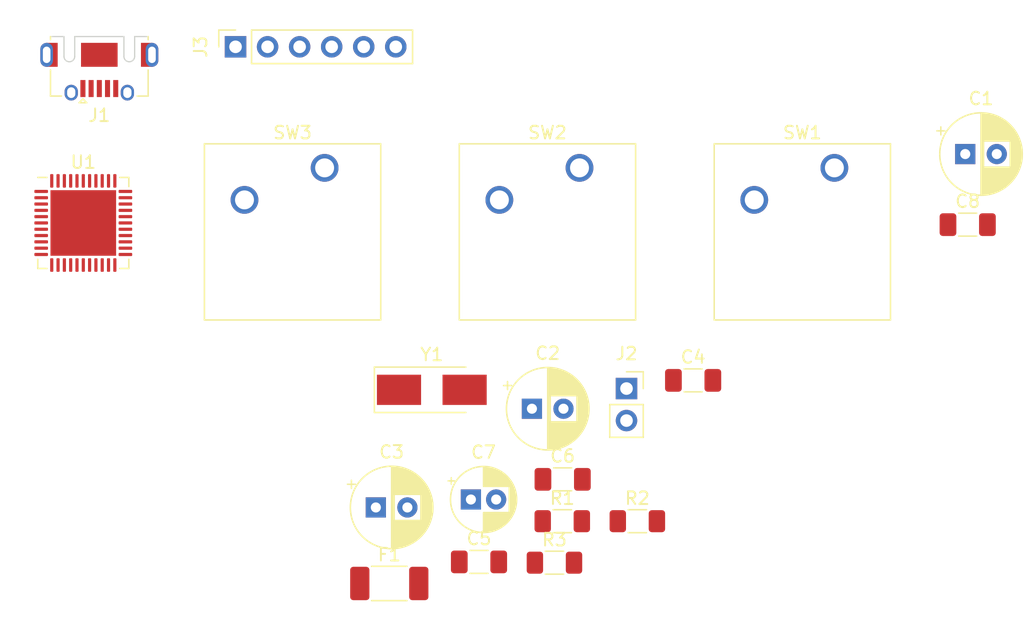
<source format=kicad_pcb>
(kicad_pcb (version 20171130) (host pcbnew "(5.1.7)-1")

  (general
    (thickness 1.6)
    (drawings 0)
    (tracks 0)
    (zones 0)
    (modules 20)
    (nets 40)
  )

  (page A4)
  (layers
    (0 F.Cu signal)
    (31 B.Cu signal)
    (32 B.Adhes user)
    (33 F.Adhes user)
    (34 B.Paste user)
    (35 F.Paste user)
    (36 B.SilkS user)
    (37 F.SilkS user)
    (38 B.Mask user)
    (39 F.Mask user)
    (40 Dwgs.User user)
    (41 Cmts.User user)
    (42 Eco1.User user)
    (43 Eco2.User user)
    (44 Edge.Cuts user)
    (45 Margin user)
    (46 B.CrtYd user)
    (47 F.CrtYd user)
    (48 B.Fab user)
    (49 F.Fab user)
  )

  (setup
    (last_trace_width 0.25)
    (trace_clearance 0.2)
    (zone_clearance 0.508)
    (zone_45_only no)
    (trace_min 0.2)
    (via_size 0.8)
    (via_drill 0.4)
    (via_min_size 0.4)
    (via_min_drill 0.3)
    (uvia_size 0.3)
    (uvia_drill 0.1)
    (uvias_allowed no)
    (uvia_min_size 0.2)
    (uvia_min_drill 0.1)
    (edge_width 0.05)
    (segment_width 0.2)
    (pcb_text_width 0.3)
    (pcb_text_size 1.5 1.5)
    (mod_edge_width 0.12)
    (mod_text_size 1 1)
    (mod_text_width 0.15)
    (pad_size 1.524 1.524)
    (pad_drill 0.762)
    (pad_to_mask_clearance 0)
    (aux_axis_origin 0 0)
    (visible_elements FFFFFF7F)
    (pcbplotparams
      (layerselection 0x010fc_ffffffff)
      (usegerberextensions false)
      (usegerberattributes true)
      (usegerberadvancedattributes true)
      (creategerberjobfile true)
      (excludeedgelayer true)
      (linewidth 0.100000)
      (plotframeref false)
      (viasonmask false)
      (mode 1)
      (useauxorigin false)
      (hpglpennumber 1)
      (hpglpenspeed 20)
      (hpglpendiameter 15.000000)
      (psnegative false)
      (psa4output false)
      (plotreference true)
      (plotvalue true)
      (plotinvisibletext false)
      (padsonsilk false)
      (subtractmaskfromsilk false)
      (outputformat 1)
      (mirror false)
      (drillshape 1)
      (scaleselection 1)
      (outputdirectory ""))
  )

  (net 0 "")
  (net 1 USB_VBUS)
  (net 2 GND)
  (net 3 VCC)
  (net 4 "Net-(C5-Pad2)")
  (net 5 "Net-(C6-Pad2)")
  (net 6 "Net-(C7-Pad1)")
  (net 7 "Net-(C8-Pad1)")
  (net 8 "Net-(J1-Pad6)")
  (net 9 "Net-(J1-Pad4)")
  (net 10 "Net-(J1-Pad3)")
  (net 11 "Net-(J1-Pad2)")
  (net 12 "Net-(J3-Pad1)")
  (net 13 "Net-(J3-Pad2)")
  (net 14 "Net-(J3-Pad3)")
  (net 15 "Net-(J3-Pad4)")
  (net 16 "Net-(J3-Pad5)")
  (net 17 "Net-(J3-Pad6)")
  (net 18 D+)
  (net 19 D-)
  (net 20 "Net-(R3-Pad2)")
  (net 21 ROW1)
  (net 22 COL1)
  (net 23 COL2)
  (net 24 COL3)
  (net 25 "Net-(U1-Pad1)")
  (net 26 "Net-(U1-Pad8)")
  (net 27 "Net-(U1-Pad9)")
  (net 28 "Net-(U1-Pad10)")
  (net 29 "Net-(U1-Pad11)")
  (net 30 "Net-(U1-Pad12)")
  (net 31 "Net-(U1-Pad18)")
  (net 32 "Net-(U1-Pad19)")
  (net 33 "Net-(U1-Pad20)")
  (net 34 "Net-(U1-Pad21)")
  (net 35 "Net-(U1-Pad28)")
  (net 36 "Net-(U1-Pad29)")
  (net 37 "Net-(U1-Pad30)")
  (net 38 "Net-(U1-Pad31)")
  (net 39 "Net-(U1-Pad32)")

  (net_class Default "This is the default net class."
    (clearance 0.2)
    (trace_width 0.25)
    (via_dia 0.8)
    (via_drill 0.4)
    (uvia_dia 0.3)
    (uvia_drill 0.1)
    (add_net COL1)
    (add_net COL2)
    (add_net COL3)
    (add_net D+)
    (add_net D-)
    (add_net GND)
    (add_net "Net-(C5-Pad2)")
    (add_net "Net-(C6-Pad2)")
    (add_net "Net-(C7-Pad1)")
    (add_net "Net-(C8-Pad1)")
    (add_net "Net-(J1-Pad2)")
    (add_net "Net-(J1-Pad3)")
    (add_net "Net-(J1-Pad4)")
    (add_net "Net-(J1-Pad6)")
    (add_net "Net-(J3-Pad1)")
    (add_net "Net-(J3-Pad2)")
    (add_net "Net-(J3-Pad3)")
    (add_net "Net-(J3-Pad4)")
    (add_net "Net-(J3-Pad5)")
    (add_net "Net-(J3-Pad6)")
    (add_net "Net-(R3-Pad2)")
    (add_net "Net-(U1-Pad1)")
    (add_net "Net-(U1-Pad10)")
    (add_net "Net-(U1-Pad11)")
    (add_net "Net-(U1-Pad12)")
    (add_net "Net-(U1-Pad18)")
    (add_net "Net-(U1-Pad19)")
    (add_net "Net-(U1-Pad20)")
    (add_net "Net-(U1-Pad21)")
    (add_net "Net-(U1-Pad28)")
    (add_net "Net-(U1-Pad29)")
    (add_net "Net-(U1-Pad30)")
    (add_net "Net-(U1-Pad31)")
    (add_net "Net-(U1-Pad32)")
    (add_net "Net-(U1-Pad8)")
    (add_net "Net-(U1-Pad9)")
    (add_net ROW1)
    (add_net USB_VBUS)
    (add_net VCC)
  )

  (module Capacitor_THT:CP_Radial_D6.3mm_P2.50mm (layer F.Cu) (tedit 5AE50EF0) (tstamp 5F970589)
    (at 146.095242 42.795001)
    (descr "CP, Radial series, Radial, pin pitch=2.50mm, , diameter=6.3mm, Electrolytic Capacitor")
    (tags "CP Radial series Radial pin pitch 2.50mm  diameter 6.3mm Electrolytic Capacitor")
    (path /5F99DF88)
    (fp_text reference C1 (at 1.25 -4.4) (layer F.SilkS)
      (effects (font (size 1 1) (thickness 0.15)))
    )
    (fp_text value 1uF (at 1.25 4.4) (layer F.Fab)
      (effects (font (size 1 1) (thickness 0.15)))
    )
    (fp_line (start -1.935241 -2.154) (end -1.935241 -1.524) (layer F.SilkS) (width 0.12))
    (fp_line (start -2.250241 -1.839) (end -1.620241 -1.839) (layer F.SilkS) (width 0.12))
    (fp_line (start 4.491 -0.402) (end 4.491 0.402) (layer F.SilkS) (width 0.12))
    (fp_line (start 4.451 -0.633) (end 4.451 0.633) (layer F.SilkS) (width 0.12))
    (fp_line (start 4.411 -0.802) (end 4.411 0.802) (layer F.SilkS) (width 0.12))
    (fp_line (start 4.371 -0.94) (end 4.371 0.94) (layer F.SilkS) (width 0.12))
    (fp_line (start 4.331 -1.059) (end 4.331 1.059) (layer F.SilkS) (width 0.12))
    (fp_line (start 4.291 -1.165) (end 4.291 1.165) (layer F.SilkS) (width 0.12))
    (fp_line (start 4.251 -1.262) (end 4.251 1.262) (layer F.SilkS) (width 0.12))
    (fp_line (start 4.211 -1.35) (end 4.211 1.35) (layer F.SilkS) (width 0.12))
    (fp_line (start 4.171 -1.432) (end 4.171 1.432) (layer F.SilkS) (width 0.12))
    (fp_line (start 4.131 -1.509) (end 4.131 1.509) (layer F.SilkS) (width 0.12))
    (fp_line (start 4.091 -1.581) (end 4.091 1.581) (layer F.SilkS) (width 0.12))
    (fp_line (start 4.051 -1.65) (end 4.051 1.65) (layer F.SilkS) (width 0.12))
    (fp_line (start 4.011 -1.714) (end 4.011 1.714) (layer F.SilkS) (width 0.12))
    (fp_line (start 3.971 -1.776) (end 3.971 1.776) (layer F.SilkS) (width 0.12))
    (fp_line (start 3.931 -1.834) (end 3.931 1.834) (layer F.SilkS) (width 0.12))
    (fp_line (start 3.891 -1.89) (end 3.891 1.89) (layer F.SilkS) (width 0.12))
    (fp_line (start 3.851 -1.944) (end 3.851 1.944) (layer F.SilkS) (width 0.12))
    (fp_line (start 3.811 -1.995) (end 3.811 1.995) (layer F.SilkS) (width 0.12))
    (fp_line (start 3.771 -2.044) (end 3.771 2.044) (layer F.SilkS) (width 0.12))
    (fp_line (start 3.731 -2.092) (end 3.731 2.092) (layer F.SilkS) (width 0.12))
    (fp_line (start 3.691 -2.137) (end 3.691 2.137) (layer F.SilkS) (width 0.12))
    (fp_line (start 3.651 -2.182) (end 3.651 2.182) (layer F.SilkS) (width 0.12))
    (fp_line (start 3.611 -2.224) (end 3.611 2.224) (layer F.SilkS) (width 0.12))
    (fp_line (start 3.571 -2.265) (end 3.571 2.265) (layer F.SilkS) (width 0.12))
    (fp_line (start 3.531 1.04) (end 3.531 2.305) (layer F.SilkS) (width 0.12))
    (fp_line (start 3.531 -2.305) (end 3.531 -1.04) (layer F.SilkS) (width 0.12))
    (fp_line (start 3.491 1.04) (end 3.491 2.343) (layer F.SilkS) (width 0.12))
    (fp_line (start 3.491 -2.343) (end 3.491 -1.04) (layer F.SilkS) (width 0.12))
    (fp_line (start 3.451 1.04) (end 3.451 2.38) (layer F.SilkS) (width 0.12))
    (fp_line (start 3.451 -2.38) (end 3.451 -1.04) (layer F.SilkS) (width 0.12))
    (fp_line (start 3.411 1.04) (end 3.411 2.416) (layer F.SilkS) (width 0.12))
    (fp_line (start 3.411 -2.416) (end 3.411 -1.04) (layer F.SilkS) (width 0.12))
    (fp_line (start 3.371 1.04) (end 3.371 2.45) (layer F.SilkS) (width 0.12))
    (fp_line (start 3.371 -2.45) (end 3.371 -1.04) (layer F.SilkS) (width 0.12))
    (fp_line (start 3.331 1.04) (end 3.331 2.484) (layer F.SilkS) (width 0.12))
    (fp_line (start 3.331 -2.484) (end 3.331 -1.04) (layer F.SilkS) (width 0.12))
    (fp_line (start 3.291 1.04) (end 3.291 2.516) (layer F.SilkS) (width 0.12))
    (fp_line (start 3.291 -2.516) (end 3.291 -1.04) (layer F.SilkS) (width 0.12))
    (fp_line (start 3.251 1.04) (end 3.251 2.548) (layer F.SilkS) (width 0.12))
    (fp_line (start 3.251 -2.548) (end 3.251 -1.04) (layer F.SilkS) (width 0.12))
    (fp_line (start 3.211 1.04) (end 3.211 2.578) (layer F.SilkS) (width 0.12))
    (fp_line (start 3.211 -2.578) (end 3.211 -1.04) (layer F.SilkS) (width 0.12))
    (fp_line (start 3.171 1.04) (end 3.171 2.607) (layer F.SilkS) (width 0.12))
    (fp_line (start 3.171 -2.607) (end 3.171 -1.04) (layer F.SilkS) (width 0.12))
    (fp_line (start 3.131 1.04) (end 3.131 2.636) (layer F.SilkS) (width 0.12))
    (fp_line (start 3.131 -2.636) (end 3.131 -1.04) (layer F.SilkS) (width 0.12))
    (fp_line (start 3.091 1.04) (end 3.091 2.664) (layer F.SilkS) (width 0.12))
    (fp_line (start 3.091 -2.664) (end 3.091 -1.04) (layer F.SilkS) (width 0.12))
    (fp_line (start 3.051 1.04) (end 3.051 2.69) (layer F.SilkS) (width 0.12))
    (fp_line (start 3.051 -2.69) (end 3.051 -1.04) (layer F.SilkS) (width 0.12))
    (fp_line (start 3.011 1.04) (end 3.011 2.716) (layer F.SilkS) (width 0.12))
    (fp_line (start 3.011 -2.716) (end 3.011 -1.04) (layer F.SilkS) (width 0.12))
    (fp_line (start 2.971 1.04) (end 2.971 2.742) (layer F.SilkS) (width 0.12))
    (fp_line (start 2.971 -2.742) (end 2.971 -1.04) (layer F.SilkS) (width 0.12))
    (fp_line (start 2.931 1.04) (end 2.931 2.766) (layer F.SilkS) (width 0.12))
    (fp_line (start 2.931 -2.766) (end 2.931 -1.04) (layer F.SilkS) (width 0.12))
    (fp_line (start 2.891 1.04) (end 2.891 2.79) (layer F.SilkS) (width 0.12))
    (fp_line (start 2.891 -2.79) (end 2.891 -1.04) (layer F.SilkS) (width 0.12))
    (fp_line (start 2.851 1.04) (end 2.851 2.812) (layer F.SilkS) (width 0.12))
    (fp_line (start 2.851 -2.812) (end 2.851 -1.04) (layer F.SilkS) (width 0.12))
    (fp_line (start 2.811 1.04) (end 2.811 2.834) (layer F.SilkS) (width 0.12))
    (fp_line (start 2.811 -2.834) (end 2.811 -1.04) (layer F.SilkS) (width 0.12))
    (fp_line (start 2.771 1.04) (end 2.771 2.856) (layer F.SilkS) (width 0.12))
    (fp_line (start 2.771 -2.856) (end 2.771 -1.04) (layer F.SilkS) (width 0.12))
    (fp_line (start 2.731 1.04) (end 2.731 2.876) (layer F.SilkS) (width 0.12))
    (fp_line (start 2.731 -2.876) (end 2.731 -1.04) (layer F.SilkS) (width 0.12))
    (fp_line (start 2.691 1.04) (end 2.691 2.896) (layer F.SilkS) (width 0.12))
    (fp_line (start 2.691 -2.896) (end 2.691 -1.04) (layer F.SilkS) (width 0.12))
    (fp_line (start 2.651 1.04) (end 2.651 2.916) (layer F.SilkS) (width 0.12))
    (fp_line (start 2.651 -2.916) (end 2.651 -1.04) (layer F.SilkS) (width 0.12))
    (fp_line (start 2.611 1.04) (end 2.611 2.934) (layer F.SilkS) (width 0.12))
    (fp_line (start 2.611 -2.934) (end 2.611 -1.04) (layer F.SilkS) (width 0.12))
    (fp_line (start 2.571 1.04) (end 2.571 2.952) (layer F.SilkS) (width 0.12))
    (fp_line (start 2.571 -2.952) (end 2.571 -1.04) (layer F.SilkS) (width 0.12))
    (fp_line (start 2.531 1.04) (end 2.531 2.97) (layer F.SilkS) (width 0.12))
    (fp_line (start 2.531 -2.97) (end 2.531 -1.04) (layer F.SilkS) (width 0.12))
    (fp_line (start 2.491 1.04) (end 2.491 2.986) (layer F.SilkS) (width 0.12))
    (fp_line (start 2.491 -2.986) (end 2.491 -1.04) (layer F.SilkS) (width 0.12))
    (fp_line (start 2.451 1.04) (end 2.451 3.002) (layer F.SilkS) (width 0.12))
    (fp_line (start 2.451 -3.002) (end 2.451 -1.04) (layer F.SilkS) (width 0.12))
    (fp_line (start 2.411 1.04) (end 2.411 3.018) (layer F.SilkS) (width 0.12))
    (fp_line (start 2.411 -3.018) (end 2.411 -1.04) (layer F.SilkS) (width 0.12))
    (fp_line (start 2.371 1.04) (end 2.371 3.033) (layer F.SilkS) (width 0.12))
    (fp_line (start 2.371 -3.033) (end 2.371 -1.04) (layer F.SilkS) (width 0.12))
    (fp_line (start 2.331 1.04) (end 2.331 3.047) (layer F.SilkS) (width 0.12))
    (fp_line (start 2.331 -3.047) (end 2.331 -1.04) (layer F.SilkS) (width 0.12))
    (fp_line (start 2.291 1.04) (end 2.291 3.061) (layer F.SilkS) (width 0.12))
    (fp_line (start 2.291 -3.061) (end 2.291 -1.04) (layer F.SilkS) (width 0.12))
    (fp_line (start 2.251 1.04) (end 2.251 3.074) (layer F.SilkS) (width 0.12))
    (fp_line (start 2.251 -3.074) (end 2.251 -1.04) (layer F.SilkS) (width 0.12))
    (fp_line (start 2.211 1.04) (end 2.211 3.086) (layer F.SilkS) (width 0.12))
    (fp_line (start 2.211 -3.086) (end 2.211 -1.04) (layer F.SilkS) (width 0.12))
    (fp_line (start 2.171 1.04) (end 2.171 3.098) (layer F.SilkS) (width 0.12))
    (fp_line (start 2.171 -3.098) (end 2.171 -1.04) (layer F.SilkS) (width 0.12))
    (fp_line (start 2.131 1.04) (end 2.131 3.11) (layer F.SilkS) (width 0.12))
    (fp_line (start 2.131 -3.11) (end 2.131 -1.04) (layer F.SilkS) (width 0.12))
    (fp_line (start 2.091 1.04) (end 2.091 3.121) (layer F.SilkS) (width 0.12))
    (fp_line (start 2.091 -3.121) (end 2.091 -1.04) (layer F.SilkS) (width 0.12))
    (fp_line (start 2.051 1.04) (end 2.051 3.131) (layer F.SilkS) (width 0.12))
    (fp_line (start 2.051 -3.131) (end 2.051 -1.04) (layer F.SilkS) (width 0.12))
    (fp_line (start 2.011 1.04) (end 2.011 3.141) (layer F.SilkS) (width 0.12))
    (fp_line (start 2.011 -3.141) (end 2.011 -1.04) (layer F.SilkS) (width 0.12))
    (fp_line (start 1.971 1.04) (end 1.971 3.15) (layer F.SilkS) (width 0.12))
    (fp_line (start 1.971 -3.15) (end 1.971 -1.04) (layer F.SilkS) (width 0.12))
    (fp_line (start 1.93 1.04) (end 1.93 3.159) (layer F.SilkS) (width 0.12))
    (fp_line (start 1.93 -3.159) (end 1.93 -1.04) (layer F.SilkS) (width 0.12))
    (fp_line (start 1.89 1.04) (end 1.89 3.167) (layer F.SilkS) (width 0.12))
    (fp_line (start 1.89 -3.167) (end 1.89 -1.04) (layer F.SilkS) (width 0.12))
    (fp_line (start 1.85 1.04) (end 1.85 3.175) (layer F.SilkS) (width 0.12))
    (fp_line (start 1.85 -3.175) (end 1.85 -1.04) (layer F.SilkS) (width 0.12))
    (fp_line (start 1.81 1.04) (end 1.81 3.182) (layer F.SilkS) (width 0.12))
    (fp_line (start 1.81 -3.182) (end 1.81 -1.04) (layer F.SilkS) (width 0.12))
    (fp_line (start 1.77 1.04) (end 1.77 3.189) (layer F.SilkS) (width 0.12))
    (fp_line (start 1.77 -3.189) (end 1.77 -1.04) (layer F.SilkS) (width 0.12))
    (fp_line (start 1.73 1.04) (end 1.73 3.195) (layer F.SilkS) (width 0.12))
    (fp_line (start 1.73 -3.195) (end 1.73 -1.04) (layer F.SilkS) (width 0.12))
    (fp_line (start 1.69 1.04) (end 1.69 3.201) (layer F.SilkS) (width 0.12))
    (fp_line (start 1.69 -3.201) (end 1.69 -1.04) (layer F.SilkS) (width 0.12))
    (fp_line (start 1.65 1.04) (end 1.65 3.206) (layer F.SilkS) (width 0.12))
    (fp_line (start 1.65 -3.206) (end 1.65 -1.04) (layer F.SilkS) (width 0.12))
    (fp_line (start 1.61 1.04) (end 1.61 3.211) (layer F.SilkS) (width 0.12))
    (fp_line (start 1.61 -3.211) (end 1.61 -1.04) (layer F.SilkS) (width 0.12))
    (fp_line (start 1.57 1.04) (end 1.57 3.215) (layer F.SilkS) (width 0.12))
    (fp_line (start 1.57 -3.215) (end 1.57 -1.04) (layer F.SilkS) (width 0.12))
    (fp_line (start 1.53 1.04) (end 1.53 3.218) (layer F.SilkS) (width 0.12))
    (fp_line (start 1.53 -3.218) (end 1.53 -1.04) (layer F.SilkS) (width 0.12))
    (fp_line (start 1.49 1.04) (end 1.49 3.222) (layer F.SilkS) (width 0.12))
    (fp_line (start 1.49 -3.222) (end 1.49 -1.04) (layer F.SilkS) (width 0.12))
    (fp_line (start 1.45 -3.224) (end 1.45 3.224) (layer F.SilkS) (width 0.12))
    (fp_line (start 1.41 -3.227) (end 1.41 3.227) (layer F.SilkS) (width 0.12))
    (fp_line (start 1.37 -3.228) (end 1.37 3.228) (layer F.SilkS) (width 0.12))
    (fp_line (start 1.33 -3.23) (end 1.33 3.23) (layer F.SilkS) (width 0.12))
    (fp_line (start 1.29 -3.23) (end 1.29 3.23) (layer F.SilkS) (width 0.12))
    (fp_line (start 1.25 -3.23) (end 1.25 3.23) (layer F.SilkS) (width 0.12))
    (fp_line (start -1.128972 -1.6885) (end -1.128972 -1.0585) (layer F.Fab) (width 0.1))
    (fp_line (start -1.443972 -1.3735) (end -0.813972 -1.3735) (layer F.Fab) (width 0.1))
    (fp_circle (center 1.25 0) (end 4.65 0) (layer F.CrtYd) (width 0.05))
    (fp_circle (center 1.25 0) (end 4.52 0) (layer F.SilkS) (width 0.12))
    (fp_circle (center 1.25 0) (end 4.4 0) (layer F.Fab) (width 0.1))
    (fp_text user %R (at 1.25 0) (layer F.Fab)
      (effects (font (size 1 1) (thickness 0.15)))
    )
    (pad 1 thru_hole rect (at 0 0) (size 1.6 1.6) (drill 0.8) (layers *.Cu *.Mask)
      (net 1 USB_VBUS))
    (pad 2 thru_hole circle (at 2.5 0) (size 1.6 1.6) (drill 0.8) (layers *.Cu *.Mask)
      (net 2 GND))
    (model ${KISYS3DMOD}/Capacitor_THT.3dshapes/CP_Radial_D6.3mm_P2.50mm.wrl
      (at (xyz 0 0 0))
      (scale (xyz 1 1 1))
      (rotate (xyz 0 0 0))
    )
  )

  (module Capacitor_THT:CP_Radial_D6.3mm_P2.50mm (layer F.Cu) (tedit 5AE50EF0) (tstamp 5F97061D)
    (at 111.755242 62.995001)
    (descr "CP, Radial series, Radial, pin pitch=2.50mm, , diameter=6.3mm, Electrolytic Capacitor")
    (tags "CP Radial series Radial pin pitch 2.50mm  diameter 6.3mm Electrolytic Capacitor")
    (path /5F97E042)
    (fp_text reference C2 (at 1.25 -4.4) (layer F.SilkS)
      (effects (font (size 1 1) (thickness 0.15)))
    )
    (fp_text value 10uF (at 1.25 4.4) (layer F.Fab)
      (effects (font (size 1 1) (thickness 0.15)))
    )
    (fp_line (start -1.935241 -2.154) (end -1.935241 -1.524) (layer F.SilkS) (width 0.12))
    (fp_line (start -2.250241 -1.839) (end -1.620241 -1.839) (layer F.SilkS) (width 0.12))
    (fp_line (start 4.491 -0.402) (end 4.491 0.402) (layer F.SilkS) (width 0.12))
    (fp_line (start 4.451 -0.633) (end 4.451 0.633) (layer F.SilkS) (width 0.12))
    (fp_line (start 4.411 -0.802) (end 4.411 0.802) (layer F.SilkS) (width 0.12))
    (fp_line (start 4.371 -0.94) (end 4.371 0.94) (layer F.SilkS) (width 0.12))
    (fp_line (start 4.331 -1.059) (end 4.331 1.059) (layer F.SilkS) (width 0.12))
    (fp_line (start 4.291 -1.165) (end 4.291 1.165) (layer F.SilkS) (width 0.12))
    (fp_line (start 4.251 -1.262) (end 4.251 1.262) (layer F.SilkS) (width 0.12))
    (fp_line (start 4.211 -1.35) (end 4.211 1.35) (layer F.SilkS) (width 0.12))
    (fp_line (start 4.171 -1.432) (end 4.171 1.432) (layer F.SilkS) (width 0.12))
    (fp_line (start 4.131 -1.509) (end 4.131 1.509) (layer F.SilkS) (width 0.12))
    (fp_line (start 4.091 -1.581) (end 4.091 1.581) (layer F.SilkS) (width 0.12))
    (fp_line (start 4.051 -1.65) (end 4.051 1.65) (layer F.SilkS) (width 0.12))
    (fp_line (start 4.011 -1.714) (end 4.011 1.714) (layer F.SilkS) (width 0.12))
    (fp_line (start 3.971 -1.776) (end 3.971 1.776) (layer F.SilkS) (width 0.12))
    (fp_line (start 3.931 -1.834) (end 3.931 1.834) (layer F.SilkS) (width 0.12))
    (fp_line (start 3.891 -1.89) (end 3.891 1.89) (layer F.SilkS) (width 0.12))
    (fp_line (start 3.851 -1.944) (end 3.851 1.944) (layer F.SilkS) (width 0.12))
    (fp_line (start 3.811 -1.995) (end 3.811 1.995) (layer F.SilkS) (width 0.12))
    (fp_line (start 3.771 -2.044) (end 3.771 2.044) (layer F.SilkS) (width 0.12))
    (fp_line (start 3.731 -2.092) (end 3.731 2.092) (layer F.SilkS) (width 0.12))
    (fp_line (start 3.691 -2.137) (end 3.691 2.137) (layer F.SilkS) (width 0.12))
    (fp_line (start 3.651 -2.182) (end 3.651 2.182) (layer F.SilkS) (width 0.12))
    (fp_line (start 3.611 -2.224) (end 3.611 2.224) (layer F.SilkS) (width 0.12))
    (fp_line (start 3.571 -2.265) (end 3.571 2.265) (layer F.SilkS) (width 0.12))
    (fp_line (start 3.531 1.04) (end 3.531 2.305) (layer F.SilkS) (width 0.12))
    (fp_line (start 3.531 -2.305) (end 3.531 -1.04) (layer F.SilkS) (width 0.12))
    (fp_line (start 3.491 1.04) (end 3.491 2.343) (layer F.SilkS) (width 0.12))
    (fp_line (start 3.491 -2.343) (end 3.491 -1.04) (layer F.SilkS) (width 0.12))
    (fp_line (start 3.451 1.04) (end 3.451 2.38) (layer F.SilkS) (width 0.12))
    (fp_line (start 3.451 -2.38) (end 3.451 -1.04) (layer F.SilkS) (width 0.12))
    (fp_line (start 3.411 1.04) (end 3.411 2.416) (layer F.SilkS) (width 0.12))
    (fp_line (start 3.411 -2.416) (end 3.411 -1.04) (layer F.SilkS) (width 0.12))
    (fp_line (start 3.371 1.04) (end 3.371 2.45) (layer F.SilkS) (width 0.12))
    (fp_line (start 3.371 -2.45) (end 3.371 -1.04) (layer F.SilkS) (width 0.12))
    (fp_line (start 3.331 1.04) (end 3.331 2.484) (layer F.SilkS) (width 0.12))
    (fp_line (start 3.331 -2.484) (end 3.331 -1.04) (layer F.SilkS) (width 0.12))
    (fp_line (start 3.291 1.04) (end 3.291 2.516) (layer F.SilkS) (width 0.12))
    (fp_line (start 3.291 -2.516) (end 3.291 -1.04) (layer F.SilkS) (width 0.12))
    (fp_line (start 3.251 1.04) (end 3.251 2.548) (layer F.SilkS) (width 0.12))
    (fp_line (start 3.251 -2.548) (end 3.251 -1.04) (layer F.SilkS) (width 0.12))
    (fp_line (start 3.211 1.04) (end 3.211 2.578) (layer F.SilkS) (width 0.12))
    (fp_line (start 3.211 -2.578) (end 3.211 -1.04) (layer F.SilkS) (width 0.12))
    (fp_line (start 3.171 1.04) (end 3.171 2.607) (layer F.SilkS) (width 0.12))
    (fp_line (start 3.171 -2.607) (end 3.171 -1.04) (layer F.SilkS) (width 0.12))
    (fp_line (start 3.131 1.04) (end 3.131 2.636) (layer F.SilkS) (width 0.12))
    (fp_line (start 3.131 -2.636) (end 3.131 -1.04) (layer F.SilkS) (width 0.12))
    (fp_line (start 3.091 1.04) (end 3.091 2.664) (layer F.SilkS) (width 0.12))
    (fp_line (start 3.091 -2.664) (end 3.091 -1.04) (layer F.SilkS) (width 0.12))
    (fp_line (start 3.051 1.04) (end 3.051 2.69) (layer F.SilkS) (width 0.12))
    (fp_line (start 3.051 -2.69) (end 3.051 -1.04) (layer F.SilkS) (width 0.12))
    (fp_line (start 3.011 1.04) (end 3.011 2.716) (layer F.SilkS) (width 0.12))
    (fp_line (start 3.011 -2.716) (end 3.011 -1.04) (layer F.SilkS) (width 0.12))
    (fp_line (start 2.971 1.04) (end 2.971 2.742) (layer F.SilkS) (width 0.12))
    (fp_line (start 2.971 -2.742) (end 2.971 -1.04) (layer F.SilkS) (width 0.12))
    (fp_line (start 2.931 1.04) (end 2.931 2.766) (layer F.SilkS) (width 0.12))
    (fp_line (start 2.931 -2.766) (end 2.931 -1.04) (layer F.SilkS) (width 0.12))
    (fp_line (start 2.891 1.04) (end 2.891 2.79) (layer F.SilkS) (width 0.12))
    (fp_line (start 2.891 -2.79) (end 2.891 -1.04) (layer F.SilkS) (width 0.12))
    (fp_line (start 2.851 1.04) (end 2.851 2.812) (layer F.SilkS) (width 0.12))
    (fp_line (start 2.851 -2.812) (end 2.851 -1.04) (layer F.SilkS) (width 0.12))
    (fp_line (start 2.811 1.04) (end 2.811 2.834) (layer F.SilkS) (width 0.12))
    (fp_line (start 2.811 -2.834) (end 2.811 -1.04) (layer F.SilkS) (width 0.12))
    (fp_line (start 2.771 1.04) (end 2.771 2.856) (layer F.SilkS) (width 0.12))
    (fp_line (start 2.771 -2.856) (end 2.771 -1.04) (layer F.SilkS) (width 0.12))
    (fp_line (start 2.731 1.04) (end 2.731 2.876) (layer F.SilkS) (width 0.12))
    (fp_line (start 2.731 -2.876) (end 2.731 -1.04) (layer F.SilkS) (width 0.12))
    (fp_line (start 2.691 1.04) (end 2.691 2.896) (layer F.SilkS) (width 0.12))
    (fp_line (start 2.691 -2.896) (end 2.691 -1.04) (layer F.SilkS) (width 0.12))
    (fp_line (start 2.651 1.04) (end 2.651 2.916) (layer F.SilkS) (width 0.12))
    (fp_line (start 2.651 -2.916) (end 2.651 -1.04) (layer F.SilkS) (width 0.12))
    (fp_line (start 2.611 1.04) (end 2.611 2.934) (layer F.SilkS) (width 0.12))
    (fp_line (start 2.611 -2.934) (end 2.611 -1.04) (layer F.SilkS) (width 0.12))
    (fp_line (start 2.571 1.04) (end 2.571 2.952) (layer F.SilkS) (width 0.12))
    (fp_line (start 2.571 -2.952) (end 2.571 -1.04) (layer F.SilkS) (width 0.12))
    (fp_line (start 2.531 1.04) (end 2.531 2.97) (layer F.SilkS) (width 0.12))
    (fp_line (start 2.531 -2.97) (end 2.531 -1.04) (layer F.SilkS) (width 0.12))
    (fp_line (start 2.491 1.04) (end 2.491 2.986) (layer F.SilkS) (width 0.12))
    (fp_line (start 2.491 -2.986) (end 2.491 -1.04) (layer F.SilkS) (width 0.12))
    (fp_line (start 2.451 1.04) (end 2.451 3.002) (layer F.SilkS) (width 0.12))
    (fp_line (start 2.451 -3.002) (end 2.451 -1.04) (layer F.SilkS) (width 0.12))
    (fp_line (start 2.411 1.04) (end 2.411 3.018) (layer F.SilkS) (width 0.12))
    (fp_line (start 2.411 -3.018) (end 2.411 -1.04) (layer F.SilkS) (width 0.12))
    (fp_line (start 2.371 1.04) (end 2.371 3.033) (layer F.SilkS) (width 0.12))
    (fp_line (start 2.371 -3.033) (end 2.371 -1.04) (layer F.SilkS) (width 0.12))
    (fp_line (start 2.331 1.04) (end 2.331 3.047) (layer F.SilkS) (width 0.12))
    (fp_line (start 2.331 -3.047) (end 2.331 -1.04) (layer F.SilkS) (width 0.12))
    (fp_line (start 2.291 1.04) (end 2.291 3.061) (layer F.SilkS) (width 0.12))
    (fp_line (start 2.291 -3.061) (end 2.291 -1.04) (layer F.SilkS) (width 0.12))
    (fp_line (start 2.251 1.04) (end 2.251 3.074) (layer F.SilkS) (width 0.12))
    (fp_line (start 2.251 -3.074) (end 2.251 -1.04) (layer F.SilkS) (width 0.12))
    (fp_line (start 2.211 1.04) (end 2.211 3.086) (layer F.SilkS) (width 0.12))
    (fp_line (start 2.211 -3.086) (end 2.211 -1.04) (layer F.SilkS) (width 0.12))
    (fp_line (start 2.171 1.04) (end 2.171 3.098) (layer F.SilkS) (width 0.12))
    (fp_line (start 2.171 -3.098) (end 2.171 -1.04) (layer F.SilkS) (width 0.12))
    (fp_line (start 2.131 1.04) (end 2.131 3.11) (layer F.SilkS) (width 0.12))
    (fp_line (start 2.131 -3.11) (end 2.131 -1.04) (layer F.SilkS) (width 0.12))
    (fp_line (start 2.091 1.04) (end 2.091 3.121) (layer F.SilkS) (width 0.12))
    (fp_line (start 2.091 -3.121) (end 2.091 -1.04) (layer F.SilkS) (width 0.12))
    (fp_line (start 2.051 1.04) (end 2.051 3.131) (layer F.SilkS) (width 0.12))
    (fp_line (start 2.051 -3.131) (end 2.051 -1.04) (layer F.SilkS) (width 0.12))
    (fp_line (start 2.011 1.04) (end 2.011 3.141) (layer F.SilkS) (width 0.12))
    (fp_line (start 2.011 -3.141) (end 2.011 -1.04) (layer F.SilkS) (width 0.12))
    (fp_line (start 1.971 1.04) (end 1.971 3.15) (layer F.SilkS) (width 0.12))
    (fp_line (start 1.971 -3.15) (end 1.971 -1.04) (layer F.SilkS) (width 0.12))
    (fp_line (start 1.93 1.04) (end 1.93 3.159) (layer F.SilkS) (width 0.12))
    (fp_line (start 1.93 -3.159) (end 1.93 -1.04) (layer F.SilkS) (width 0.12))
    (fp_line (start 1.89 1.04) (end 1.89 3.167) (layer F.SilkS) (width 0.12))
    (fp_line (start 1.89 -3.167) (end 1.89 -1.04) (layer F.SilkS) (width 0.12))
    (fp_line (start 1.85 1.04) (end 1.85 3.175) (layer F.SilkS) (width 0.12))
    (fp_line (start 1.85 -3.175) (end 1.85 -1.04) (layer F.SilkS) (width 0.12))
    (fp_line (start 1.81 1.04) (end 1.81 3.182) (layer F.SilkS) (width 0.12))
    (fp_line (start 1.81 -3.182) (end 1.81 -1.04) (layer F.SilkS) (width 0.12))
    (fp_line (start 1.77 1.04) (end 1.77 3.189) (layer F.SilkS) (width 0.12))
    (fp_line (start 1.77 -3.189) (end 1.77 -1.04) (layer F.SilkS) (width 0.12))
    (fp_line (start 1.73 1.04) (end 1.73 3.195) (layer F.SilkS) (width 0.12))
    (fp_line (start 1.73 -3.195) (end 1.73 -1.04) (layer F.SilkS) (width 0.12))
    (fp_line (start 1.69 1.04) (end 1.69 3.201) (layer F.SilkS) (width 0.12))
    (fp_line (start 1.69 -3.201) (end 1.69 -1.04) (layer F.SilkS) (width 0.12))
    (fp_line (start 1.65 1.04) (end 1.65 3.206) (layer F.SilkS) (width 0.12))
    (fp_line (start 1.65 -3.206) (end 1.65 -1.04) (layer F.SilkS) (width 0.12))
    (fp_line (start 1.61 1.04) (end 1.61 3.211) (layer F.SilkS) (width 0.12))
    (fp_line (start 1.61 -3.211) (end 1.61 -1.04) (layer F.SilkS) (width 0.12))
    (fp_line (start 1.57 1.04) (end 1.57 3.215) (layer F.SilkS) (width 0.12))
    (fp_line (start 1.57 -3.215) (end 1.57 -1.04) (layer F.SilkS) (width 0.12))
    (fp_line (start 1.53 1.04) (end 1.53 3.218) (layer F.SilkS) (width 0.12))
    (fp_line (start 1.53 -3.218) (end 1.53 -1.04) (layer F.SilkS) (width 0.12))
    (fp_line (start 1.49 1.04) (end 1.49 3.222) (layer F.SilkS) (width 0.12))
    (fp_line (start 1.49 -3.222) (end 1.49 -1.04) (layer F.SilkS) (width 0.12))
    (fp_line (start 1.45 -3.224) (end 1.45 3.224) (layer F.SilkS) (width 0.12))
    (fp_line (start 1.41 -3.227) (end 1.41 3.227) (layer F.SilkS) (width 0.12))
    (fp_line (start 1.37 -3.228) (end 1.37 3.228) (layer F.SilkS) (width 0.12))
    (fp_line (start 1.33 -3.23) (end 1.33 3.23) (layer F.SilkS) (width 0.12))
    (fp_line (start 1.29 -3.23) (end 1.29 3.23) (layer F.SilkS) (width 0.12))
    (fp_line (start 1.25 -3.23) (end 1.25 3.23) (layer F.SilkS) (width 0.12))
    (fp_line (start -1.128972 -1.6885) (end -1.128972 -1.0585) (layer F.Fab) (width 0.1))
    (fp_line (start -1.443972 -1.3735) (end -0.813972 -1.3735) (layer F.Fab) (width 0.1))
    (fp_circle (center 1.25 0) (end 4.65 0) (layer F.CrtYd) (width 0.05))
    (fp_circle (center 1.25 0) (end 4.52 0) (layer F.SilkS) (width 0.12))
    (fp_circle (center 1.25 0) (end 4.4 0) (layer F.Fab) (width 0.1))
    (fp_text user %R (at 1.25 0) (layer F.Fab)
      (effects (font (size 1 1) (thickness 0.15)))
    )
    (pad 1 thru_hole rect (at 0 0) (size 1.6 1.6) (drill 0.8) (layers *.Cu *.Mask)
      (net 3 VCC))
    (pad 2 thru_hole circle (at 2.5 0) (size 1.6 1.6) (drill 0.8) (layers *.Cu *.Mask)
      (net 2 GND))
    (model ${KISYS3DMOD}/Capacitor_THT.3dshapes/CP_Radial_D6.3mm_P2.50mm.wrl
      (at (xyz 0 0 0))
      (scale (xyz 1 1 1))
      (rotate (xyz 0 0 0))
    )
  )

  (module Capacitor_THT:CP_Radial_D6.3mm_P2.50mm (layer F.Cu) (tedit 5AE50EF0) (tstamp 5F9706B1)
    (at 99.385242 70.825001)
    (descr "CP, Radial series, Radial, pin pitch=2.50mm, , diameter=6.3mm, Electrolytic Capacitor")
    (tags "CP Radial series Radial pin pitch 2.50mm  diameter 6.3mm Electrolytic Capacitor")
    (path /5F97ED3A)
    (fp_text reference C3 (at 1.25 -4.4) (layer F.SilkS)
      (effects (font (size 1 1) (thickness 0.15)))
    )
    (fp_text value 1uF (at 1.25 4.4) (layer F.Fab)
      (effects (font (size 1 1) (thickness 0.15)))
    )
    (fp_text user %R (at 1.25 0) (layer F.Fab)
      (effects (font (size 1 1) (thickness 0.15)))
    )
    (fp_circle (center 1.25 0) (end 4.4 0) (layer F.Fab) (width 0.1))
    (fp_circle (center 1.25 0) (end 4.52 0) (layer F.SilkS) (width 0.12))
    (fp_circle (center 1.25 0) (end 4.65 0) (layer F.CrtYd) (width 0.05))
    (fp_line (start -1.443972 -1.3735) (end -0.813972 -1.3735) (layer F.Fab) (width 0.1))
    (fp_line (start -1.128972 -1.6885) (end -1.128972 -1.0585) (layer F.Fab) (width 0.1))
    (fp_line (start 1.25 -3.23) (end 1.25 3.23) (layer F.SilkS) (width 0.12))
    (fp_line (start 1.29 -3.23) (end 1.29 3.23) (layer F.SilkS) (width 0.12))
    (fp_line (start 1.33 -3.23) (end 1.33 3.23) (layer F.SilkS) (width 0.12))
    (fp_line (start 1.37 -3.228) (end 1.37 3.228) (layer F.SilkS) (width 0.12))
    (fp_line (start 1.41 -3.227) (end 1.41 3.227) (layer F.SilkS) (width 0.12))
    (fp_line (start 1.45 -3.224) (end 1.45 3.224) (layer F.SilkS) (width 0.12))
    (fp_line (start 1.49 -3.222) (end 1.49 -1.04) (layer F.SilkS) (width 0.12))
    (fp_line (start 1.49 1.04) (end 1.49 3.222) (layer F.SilkS) (width 0.12))
    (fp_line (start 1.53 -3.218) (end 1.53 -1.04) (layer F.SilkS) (width 0.12))
    (fp_line (start 1.53 1.04) (end 1.53 3.218) (layer F.SilkS) (width 0.12))
    (fp_line (start 1.57 -3.215) (end 1.57 -1.04) (layer F.SilkS) (width 0.12))
    (fp_line (start 1.57 1.04) (end 1.57 3.215) (layer F.SilkS) (width 0.12))
    (fp_line (start 1.61 -3.211) (end 1.61 -1.04) (layer F.SilkS) (width 0.12))
    (fp_line (start 1.61 1.04) (end 1.61 3.211) (layer F.SilkS) (width 0.12))
    (fp_line (start 1.65 -3.206) (end 1.65 -1.04) (layer F.SilkS) (width 0.12))
    (fp_line (start 1.65 1.04) (end 1.65 3.206) (layer F.SilkS) (width 0.12))
    (fp_line (start 1.69 -3.201) (end 1.69 -1.04) (layer F.SilkS) (width 0.12))
    (fp_line (start 1.69 1.04) (end 1.69 3.201) (layer F.SilkS) (width 0.12))
    (fp_line (start 1.73 -3.195) (end 1.73 -1.04) (layer F.SilkS) (width 0.12))
    (fp_line (start 1.73 1.04) (end 1.73 3.195) (layer F.SilkS) (width 0.12))
    (fp_line (start 1.77 -3.189) (end 1.77 -1.04) (layer F.SilkS) (width 0.12))
    (fp_line (start 1.77 1.04) (end 1.77 3.189) (layer F.SilkS) (width 0.12))
    (fp_line (start 1.81 -3.182) (end 1.81 -1.04) (layer F.SilkS) (width 0.12))
    (fp_line (start 1.81 1.04) (end 1.81 3.182) (layer F.SilkS) (width 0.12))
    (fp_line (start 1.85 -3.175) (end 1.85 -1.04) (layer F.SilkS) (width 0.12))
    (fp_line (start 1.85 1.04) (end 1.85 3.175) (layer F.SilkS) (width 0.12))
    (fp_line (start 1.89 -3.167) (end 1.89 -1.04) (layer F.SilkS) (width 0.12))
    (fp_line (start 1.89 1.04) (end 1.89 3.167) (layer F.SilkS) (width 0.12))
    (fp_line (start 1.93 -3.159) (end 1.93 -1.04) (layer F.SilkS) (width 0.12))
    (fp_line (start 1.93 1.04) (end 1.93 3.159) (layer F.SilkS) (width 0.12))
    (fp_line (start 1.971 -3.15) (end 1.971 -1.04) (layer F.SilkS) (width 0.12))
    (fp_line (start 1.971 1.04) (end 1.971 3.15) (layer F.SilkS) (width 0.12))
    (fp_line (start 2.011 -3.141) (end 2.011 -1.04) (layer F.SilkS) (width 0.12))
    (fp_line (start 2.011 1.04) (end 2.011 3.141) (layer F.SilkS) (width 0.12))
    (fp_line (start 2.051 -3.131) (end 2.051 -1.04) (layer F.SilkS) (width 0.12))
    (fp_line (start 2.051 1.04) (end 2.051 3.131) (layer F.SilkS) (width 0.12))
    (fp_line (start 2.091 -3.121) (end 2.091 -1.04) (layer F.SilkS) (width 0.12))
    (fp_line (start 2.091 1.04) (end 2.091 3.121) (layer F.SilkS) (width 0.12))
    (fp_line (start 2.131 -3.11) (end 2.131 -1.04) (layer F.SilkS) (width 0.12))
    (fp_line (start 2.131 1.04) (end 2.131 3.11) (layer F.SilkS) (width 0.12))
    (fp_line (start 2.171 -3.098) (end 2.171 -1.04) (layer F.SilkS) (width 0.12))
    (fp_line (start 2.171 1.04) (end 2.171 3.098) (layer F.SilkS) (width 0.12))
    (fp_line (start 2.211 -3.086) (end 2.211 -1.04) (layer F.SilkS) (width 0.12))
    (fp_line (start 2.211 1.04) (end 2.211 3.086) (layer F.SilkS) (width 0.12))
    (fp_line (start 2.251 -3.074) (end 2.251 -1.04) (layer F.SilkS) (width 0.12))
    (fp_line (start 2.251 1.04) (end 2.251 3.074) (layer F.SilkS) (width 0.12))
    (fp_line (start 2.291 -3.061) (end 2.291 -1.04) (layer F.SilkS) (width 0.12))
    (fp_line (start 2.291 1.04) (end 2.291 3.061) (layer F.SilkS) (width 0.12))
    (fp_line (start 2.331 -3.047) (end 2.331 -1.04) (layer F.SilkS) (width 0.12))
    (fp_line (start 2.331 1.04) (end 2.331 3.047) (layer F.SilkS) (width 0.12))
    (fp_line (start 2.371 -3.033) (end 2.371 -1.04) (layer F.SilkS) (width 0.12))
    (fp_line (start 2.371 1.04) (end 2.371 3.033) (layer F.SilkS) (width 0.12))
    (fp_line (start 2.411 -3.018) (end 2.411 -1.04) (layer F.SilkS) (width 0.12))
    (fp_line (start 2.411 1.04) (end 2.411 3.018) (layer F.SilkS) (width 0.12))
    (fp_line (start 2.451 -3.002) (end 2.451 -1.04) (layer F.SilkS) (width 0.12))
    (fp_line (start 2.451 1.04) (end 2.451 3.002) (layer F.SilkS) (width 0.12))
    (fp_line (start 2.491 -2.986) (end 2.491 -1.04) (layer F.SilkS) (width 0.12))
    (fp_line (start 2.491 1.04) (end 2.491 2.986) (layer F.SilkS) (width 0.12))
    (fp_line (start 2.531 -2.97) (end 2.531 -1.04) (layer F.SilkS) (width 0.12))
    (fp_line (start 2.531 1.04) (end 2.531 2.97) (layer F.SilkS) (width 0.12))
    (fp_line (start 2.571 -2.952) (end 2.571 -1.04) (layer F.SilkS) (width 0.12))
    (fp_line (start 2.571 1.04) (end 2.571 2.952) (layer F.SilkS) (width 0.12))
    (fp_line (start 2.611 -2.934) (end 2.611 -1.04) (layer F.SilkS) (width 0.12))
    (fp_line (start 2.611 1.04) (end 2.611 2.934) (layer F.SilkS) (width 0.12))
    (fp_line (start 2.651 -2.916) (end 2.651 -1.04) (layer F.SilkS) (width 0.12))
    (fp_line (start 2.651 1.04) (end 2.651 2.916) (layer F.SilkS) (width 0.12))
    (fp_line (start 2.691 -2.896) (end 2.691 -1.04) (layer F.SilkS) (width 0.12))
    (fp_line (start 2.691 1.04) (end 2.691 2.896) (layer F.SilkS) (width 0.12))
    (fp_line (start 2.731 -2.876) (end 2.731 -1.04) (layer F.SilkS) (width 0.12))
    (fp_line (start 2.731 1.04) (end 2.731 2.876) (layer F.SilkS) (width 0.12))
    (fp_line (start 2.771 -2.856) (end 2.771 -1.04) (layer F.SilkS) (width 0.12))
    (fp_line (start 2.771 1.04) (end 2.771 2.856) (layer F.SilkS) (width 0.12))
    (fp_line (start 2.811 -2.834) (end 2.811 -1.04) (layer F.SilkS) (width 0.12))
    (fp_line (start 2.811 1.04) (end 2.811 2.834) (layer F.SilkS) (width 0.12))
    (fp_line (start 2.851 -2.812) (end 2.851 -1.04) (layer F.SilkS) (width 0.12))
    (fp_line (start 2.851 1.04) (end 2.851 2.812) (layer F.SilkS) (width 0.12))
    (fp_line (start 2.891 -2.79) (end 2.891 -1.04) (layer F.SilkS) (width 0.12))
    (fp_line (start 2.891 1.04) (end 2.891 2.79) (layer F.SilkS) (width 0.12))
    (fp_line (start 2.931 -2.766) (end 2.931 -1.04) (layer F.SilkS) (width 0.12))
    (fp_line (start 2.931 1.04) (end 2.931 2.766) (layer F.SilkS) (width 0.12))
    (fp_line (start 2.971 -2.742) (end 2.971 -1.04) (layer F.SilkS) (width 0.12))
    (fp_line (start 2.971 1.04) (end 2.971 2.742) (layer F.SilkS) (width 0.12))
    (fp_line (start 3.011 -2.716) (end 3.011 -1.04) (layer F.SilkS) (width 0.12))
    (fp_line (start 3.011 1.04) (end 3.011 2.716) (layer F.SilkS) (width 0.12))
    (fp_line (start 3.051 -2.69) (end 3.051 -1.04) (layer F.SilkS) (width 0.12))
    (fp_line (start 3.051 1.04) (end 3.051 2.69) (layer F.SilkS) (width 0.12))
    (fp_line (start 3.091 -2.664) (end 3.091 -1.04) (layer F.SilkS) (width 0.12))
    (fp_line (start 3.091 1.04) (end 3.091 2.664) (layer F.SilkS) (width 0.12))
    (fp_line (start 3.131 -2.636) (end 3.131 -1.04) (layer F.SilkS) (width 0.12))
    (fp_line (start 3.131 1.04) (end 3.131 2.636) (layer F.SilkS) (width 0.12))
    (fp_line (start 3.171 -2.607) (end 3.171 -1.04) (layer F.SilkS) (width 0.12))
    (fp_line (start 3.171 1.04) (end 3.171 2.607) (layer F.SilkS) (width 0.12))
    (fp_line (start 3.211 -2.578) (end 3.211 -1.04) (layer F.SilkS) (width 0.12))
    (fp_line (start 3.211 1.04) (end 3.211 2.578) (layer F.SilkS) (width 0.12))
    (fp_line (start 3.251 -2.548) (end 3.251 -1.04) (layer F.SilkS) (width 0.12))
    (fp_line (start 3.251 1.04) (end 3.251 2.548) (layer F.SilkS) (width 0.12))
    (fp_line (start 3.291 -2.516) (end 3.291 -1.04) (layer F.SilkS) (width 0.12))
    (fp_line (start 3.291 1.04) (end 3.291 2.516) (layer F.SilkS) (width 0.12))
    (fp_line (start 3.331 -2.484) (end 3.331 -1.04) (layer F.SilkS) (width 0.12))
    (fp_line (start 3.331 1.04) (end 3.331 2.484) (layer F.SilkS) (width 0.12))
    (fp_line (start 3.371 -2.45) (end 3.371 -1.04) (layer F.SilkS) (width 0.12))
    (fp_line (start 3.371 1.04) (end 3.371 2.45) (layer F.SilkS) (width 0.12))
    (fp_line (start 3.411 -2.416) (end 3.411 -1.04) (layer F.SilkS) (width 0.12))
    (fp_line (start 3.411 1.04) (end 3.411 2.416) (layer F.SilkS) (width 0.12))
    (fp_line (start 3.451 -2.38) (end 3.451 -1.04) (layer F.SilkS) (width 0.12))
    (fp_line (start 3.451 1.04) (end 3.451 2.38) (layer F.SilkS) (width 0.12))
    (fp_line (start 3.491 -2.343) (end 3.491 -1.04) (layer F.SilkS) (width 0.12))
    (fp_line (start 3.491 1.04) (end 3.491 2.343) (layer F.SilkS) (width 0.12))
    (fp_line (start 3.531 -2.305) (end 3.531 -1.04) (layer F.SilkS) (width 0.12))
    (fp_line (start 3.531 1.04) (end 3.531 2.305) (layer F.SilkS) (width 0.12))
    (fp_line (start 3.571 -2.265) (end 3.571 2.265) (layer F.SilkS) (width 0.12))
    (fp_line (start 3.611 -2.224) (end 3.611 2.224) (layer F.SilkS) (width 0.12))
    (fp_line (start 3.651 -2.182) (end 3.651 2.182) (layer F.SilkS) (width 0.12))
    (fp_line (start 3.691 -2.137) (end 3.691 2.137) (layer F.SilkS) (width 0.12))
    (fp_line (start 3.731 -2.092) (end 3.731 2.092) (layer F.SilkS) (width 0.12))
    (fp_line (start 3.771 -2.044) (end 3.771 2.044) (layer F.SilkS) (width 0.12))
    (fp_line (start 3.811 -1.995) (end 3.811 1.995) (layer F.SilkS) (width 0.12))
    (fp_line (start 3.851 -1.944) (end 3.851 1.944) (layer F.SilkS) (width 0.12))
    (fp_line (start 3.891 -1.89) (end 3.891 1.89) (layer F.SilkS) (width 0.12))
    (fp_line (start 3.931 -1.834) (end 3.931 1.834) (layer F.SilkS) (width 0.12))
    (fp_line (start 3.971 -1.776) (end 3.971 1.776) (layer F.SilkS) (width 0.12))
    (fp_line (start 4.011 -1.714) (end 4.011 1.714) (layer F.SilkS) (width 0.12))
    (fp_line (start 4.051 -1.65) (end 4.051 1.65) (layer F.SilkS) (width 0.12))
    (fp_line (start 4.091 -1.581) (end 4.091 1.581) (layer F.SilkS) (width 0.12))
    (fp_line (start 4.131 -1.509) (end 4.131 1.509) (layer F.SilkS) (width 0.12))
    (fp_line (start 4.171 -1.432) (end 4.171 1.432) (layer F.SilkS) (width 0.12))
    (fp_line (start 4.211 -1.35) (end 4.211 1.35) (layer F.SilkS) (width 0.12))
    (fp_line (start 4.251 -1.262) (end 4.251 1.262) (layer F.SilkS) (width 0.12))
    (fp_line (start 4.291 -1.165) (end 4.291 1.165) (layer F.SilkS) (width 0.12))
    (fp_line (start 4.331 -1.059) (end 4.331 1.059) (layer F.SilkS) (width 0.12))
    (fp_line (start 4.371 -0.94) (end 4.371 0.94) (layer F.SilkS) (width 0.12))
    (fp_line (start 4.411 -0.802) (end 4.411 0.802) (layer F.SilkS) (width 0.12))
    (fp_line (start 4.451 -0.633) (end 4.451 0.633) (layer F.SilkS) (width 0.12))
    (fp_line (start 4.491 -0.402) (end 4.491 0.402) (layer F.SilkS) (width 0.12))
    (fp_line (start -2.250241 -1.839) (end -1.620241 -1.839) (layer F.SilkS) (width 0.12))
    (fp_line (start -1.935241 -2.154) (end -1.935241 -1.524) (layer F.SilkS) (width 0.12))
    (pad 2 thru_hole circle (at 2.5 0) (size 1.6 1.6) (drill 0.8) (layers *.Cu *.Mask)
      (net 2 GND))
    (pad 1 thru_hole rect (at 0 0) (size 1.6 1.6) (drill 0.8) (layers *.Cu *.Mask)
      (net 3 VCC))
    (model ${KISYS3DMOD}/Capacitor_THT.3dshapes/CP_Radial_D6.3mm_P2.50mm.wrl
      (at (xyz 0 0 0))
      (scale (xyz 1 1 1))
      (rotate (xyz 0 0 0))
    )
  )

  (module Capacitor_SMD:C_1206_3216Metric_Pad1.33x1.80mm_HandSolder (layer F.Cu) (tedit 5F68FEEF) (tstamp 5F9706C2)
    (at 124.530001 60.745001)
    (descr "Capacitor SMD 1206 (3216 Metric), square (rectangular) end terminal, IPC_7351 nominal with elongated pad for handsoldering. (Body size source: IPC-SM-782 page 76, https://www.pcb-3d.com/wordpress/wp-content/uploads/ipc-sm-782a_amendment_1_and_2.pdf), generated with kicad-footprint-generator")
    (tags "capacitor handsolder")
    (path /5F97F5F9)
    (attr smd)
    (fp_text reference C4 (at 0 -1.85) (layer F.SilkS)
      (effects (font (size 1 1) (thickness 0.15)))
    )
    (fp_text value 0.1uF (at 0 1.85) (layer F.Fab)
      (effects (font (size 1 1) (thickness 0.15)))
    )
    (fp_line (start 2.48 1.15) (end -2.48 1.15) (layer F.CrtYd) (width 0.05))
    (fp_line (start 2.48 -1.15) (end 2.48 1.15) (layer F.CrtYd) (width 0.05))
    (fp_line (start -2.48 -1.15) (end 2.48 -1.15) (layer F.CrtYd) (width 0.05))
    (fp_line (start -2.48 1.15) (end -2.48 -1.15) (layer F.CrtYd) (width 0.05))
    (fp_line (start -0.711252 0.91) (end 0.711252 0.91) (layer F.SilkS) (width 0.12))
    (fp_line (start -0.711252 -0.91) (end 0.711252 -0.91) (layer F.SilkS) (width 0.12))
    (fp_line (start 1.6 0.8) (end -1.6 0.8) (layer F.Fab) (width 0.1))
    (fp_line (start 1.6 -0.8) (end 1.6 0.8) (layer F.Fab) (width 0.1))
    (fp_line (start -1.6 -0.8) (end 1.6 -0.8) (layer F.Fab) (width 0.1))
    (fp_line (start -1.6 0.8) (end -1.6 -0.8) (layer F.Fab) (width 0.1))
    (fp_text user %R (at 0 0) (layer F.Fab)
      (effects (font (size 0.8 0.8) (thickness 0.12)))
    )
    (pad 1 smd roundrect (at -1.5625 0) (size 1.325 1.8) (layers F.Cu F.Paste F.Mask) (roundrect_rratio 0.188679)
      (net 3 VCC))
    (pad 2 smd roundrect (at 1.5625 0) (size 1.325 1.8) (layers F.Cu F.Paste F.Mask) (roundrect_rratio 0.188679)
      (net 2 GND))
    (model ${KISYS3DMOD}/Capacitor_SMD.3dshapes/C_1206_3216Metric.wrl
      (at (xyz 0 0 0))
      (scale (xyz 1 1 1))
      (rotate (xyz 0 0 0))
    )
  )

  (module Capacitor_SMD:C_1206_3216Metric_Pad1.33x1.80mm_HandSolder (layer F.Cu) (tedit 5F68FEEF) (tstamp 5F9706D3)
    (at 107.560001 75.145001)
    (descr "Capacitor SMD 1206 (3216 Metric), square (rectangular) end terminal, IPC_7351 nominal with elongated pad for handsoldering. (Body size source: IPC-SM-782 page 76, https://www.pcb-3d.com/wordpress/wp-content/uploads/ipc-sm-782a_amendment_1_and_2.pdf), generated with kicad-footprint-generator")
    (tags "capacitor handsolder")
    (path /5F975897)
    (attr smd)
    (fp_text reference C5 (at 0 -1.85) (layer F.SilkS)
      (effects (font (size 1 1) (thickness 0.15)))
    )
    (fp_text value 22pF (at 0 1.85) (layer F.Fab)
      (effects (font (size 1 1) (thickness 0.15)))
    )
    (fp_text user %R (at 0 0) (layer F.Fab)
      (effects (font (size 0.8 0.8) (thickness 0.12)))
    )
    (fp_line (start -1.6 0.8) (end -1.6 -0.8) (layer F.Fab) (width 0.1))
    (fp_line (start -1.6 -0.8) (end 1.6 -0.8) (layer F.Fab) (width 0.1))
    (fp_line (start 1.6 -0.8) (end 1.6 0.8) (layer F.Fab) (width 0.1))
    (fp_line (start 1.6 0.8) (end -1.6 0.8) (layer F.Fab) (width 0.1))
    (fp_line (start -0.711252 -0.91) (end 0.711252 -0.91) (layer F.SilkS) (width 0.12))
    (fp_line (start -0.711252 0.91) (end 0.711252 0.91) (layer F.SilkS) (width 0.12))
    (fp_line (start -2.48 1.15) (end -2.48 -1.15) (layer F.CrtYd) (width 0.05))
    (fp_line (start -2.48 -1.15) (end 2.48 -1.15) (layer F.CrtYd) (width 0.05))
    (fp_line (start 2.48 -1.15) (end 2.48 1.15) (layer F.CrtYd) (width 0.05))
    (fp_line (start 2.48 1.15) (end -2.48 1.15) (layer F.CrtYd) (width 0.05))
    (pad 2 smd roundrect (at 1.5625 0) (size 1.325 1.8) (layers F.Cu F.Paste F.Mask) (roundrect_rratio 0.188679)
      (net 4 "Net-(C5-Pad2)"))
    (pad 1 smd roundrect (at -1.5625 0) (size 1.325 1.8) (layers F.Cu F.Paste F.Mask) (roundrect_rratio 0.188679)
      (net 2 GND))
    (model ${KISYS3DMOD}/Capacitor_SMD.3dshapes/C_1206_3216Metric.wrl
      (at (xyz 0 0 0))
      (scale (xyz 1 1 1))
      (rotate (xyz 0 0 0))
    )
  )

  (module Capacitor_SMD:C_1206_3216Metric_Pad1.33x1.80mm_HandSolder (layer F.Cu) (tedit 5F68FEEF) (tstamp 5F9706E4)
    (at 114.190001 68.595001)
    (descr "Capacitor SMD 1206 (3216 Metric), square (rectangular) end terminal, IPC_7351 nominal with elongated pad for handsoldering. (Body size source: IPC-SM-782 page 76, https://www.pcb-3d.com/wordpress/wp-content/uploads/ipc-sm-782a_amendment_1_and_2.pdf), generated with kicad-footprint-generator")
    (tags "capacitor handsolder")
    (path /5F9767A4)
    (attr smd)
    (fp_text reference C6 (at 0 -1.85) (layer F.SilkS)
      (effects (font (size 1 1) (thickness 0.15)))
    )
    (fp_text value 22pF (at 0 1.85) (layer F.Fab)
      (effects (font (size 1 1) (thickness 0.15)))
    )
    (fp_line (start 2.48 1.15) (end -2.48 1.15) (layer F.CrtYd) (width 0.05))
    (fp_line (start 2.48 -1.15) (end 2.48 1.15) (layer F.CrtYd) (width 0.05))
    (fp_line (start -2.48 -1.15) (end 2.48 -1.15) (layer F.CrtYd) (width 0.05))
    (fp_line (start -2.48 1.15) (end -2.48 -1.15) (layer F.CrtYd) (width 0.05))
    (fp_line (start -0.711252 0.91) (end 0.711252 0.91) (layer F.SilkS) (width 0.12))
    (fp_line (start -0.711252 -0.91) (end 0.711252 -0.91) (layer F.SilkS) (width 0.12))
    (fp_line (start 1.6 0.8) (end -1.6 0.8) (layer F.Fab) (width 0.1))
    (fp_line (start 1.6 -0.8) (end 1.6 0.8) (layer F.Fab) (width 0.1))
    (fp_line (start -1.6 -0.8) (end 1.6 -0.8) (layer F.Fab) (width 0.1))
    (fp_line (start -1.6 0.8) (end -1.6 -0.8) (layer F.Fab) (width 0.1))
    (fp_text user %R (at 0 0) (layer F.Fab)
      (effects (font (size 0.8 0.8) (thickness 0.12)))
    )
    (pad 1 smd roundrect (at -1.5625 0) (size 1.325 1.8) (layers F.Cu F.Paste F.Mask) (roundrect_rratio 0.188679)
      (net 2 GND))
    (pad 2 smd roundrect (at 1.5625 0) (size 1.325 1.8) (layers F.Cu F.Paste F.Mask) (roundrect_rratio 0.188679)
      (net 5 "Net-(C6-Pad2)"))
    (model ${KISYS3DMOD}/Capacitor_SMD.3dshapes/C_1206_3216Metric.wrl
      (at (xyz 0 0 0))
      (scale (xyz 1 1 1))
      (rotate (xyz 0 0 0))
    )
  )

  (module Capacitor_THT:CP_Radial_D5.0mm_P2.00mm (layer F.Cu) (tedit 5AE50EF0) (tstamp 5F970767)
    (at 106.919776 70.195001)
    (descr "CP, Radial series, Radial, pin pitch=2.00mm, , diameter=5mm, Electrolytic Capacitor")
    (tags "CP Radial series Radial pin pitch 2.00mm  diameter 5mm Electrolytic Capacitor")
    (path /5F9A7FFA)
    (fp_text reference C7 (at 1 -3.75) (layer F.SilkS)
      (effects (font (size 1 1) (thickness 0.15)))
    )
    (fp_text value 1uF (at 1 3.75) (layer F.Fab)
      (effects (font (size 1 1) (thickness 0.15)))
    )
    (fp_line (start -1.554775 -1.725) (end -1.554775 -1.225) (layer F.SilkS) (width 0.12))
    (fp_line (start -1.804775 -1.475) (end -1.304775 -1.475) (layer F.SilkS) (width 0.12))
    (fp_line (start 3.601 -0.284) (end 3.601 0.284) (layer F.SilkS) (width 0.12))
    (fp_line (start 3.561 -0.518) (end 3.561 0.518) (layer F.SilkS) (width 0.12))
    (fp_line (start 3.521 -0.677) (end 3.521 0.677) (layer F.SilkS) (width 0.12))
    (fp_line (start 3.481 -0.805) (end 3.481 0.805) (layer F.SilkS) (width 0.12))
    (fp_line (start 3.441 -0.915) (end 3.441 0.915) (layer F.SilkS) (width 0.12))
    (fp_line (start 3.401 -1.011) (end 3.401 1.011) (layer F.SilkS) (width 0.12))
    (fp_line (start 3.361 -1.098) (end 3.361 1.098) (layer F.SilkS) (width 0.12))
    (fp_line (start 3.321 -1.178) (end 3.321 1.178) (layer F.SilkS) (width 0.12))
    (fp_line (start 3.281 -1.251) (end 3.281 1.251) (layer F.SilkS) (width 0.12))
    (fp_line (start 3.241 -1.319) (end 3.241 1.319) (layer F.SilkS) (width 0.12))
    (fp_line (start 3.201 -1.383) (end 3.201 1.383) (layer F.SilkS) (width 0.12))
    (fp_line (start 3.161 -1.443) (end 3.161 1.443) (layer F.SilkS) (width 0.12))
    (fp_line (start 3.121 -1.5) (end 3.121 1.5) (layer F.SilkS) (width 0.12))
    (fp_line (start 3.081 -1.554) (end 3.081 1.554) (layer F.SilkS) (width 0.12))
    (fp_line (start 3.041 -1.605) (end 3.041 1.605) (layer F.SilkS) (width 0.12))
    (fp_line (start 3.001 1.04) (end 3.001 1.653) (layer F.SilkS) (width 0.12))
    (fp_line (start 3.001 -1.653) (end 3.001 -1.04) (layer F.SilkS) (width 0.12))
    (fp_line (start 2.961 1.04) (end 2.961 1.699) (layer F.SilkS) (width 0.12))
    (fp_line (start 2.961 -1.699) (end 2.961 -1.04) (layer F.SilkS) (width 0.12))
    (fp_line (start 2.921 1.04) (end 2.921 1.743) (layer F.SilkS) (width 0.12))
    (fp_line (start 2.921 -1.743) (end 2.921 -1.04) (layer F.SilkS) (width 0.12))
    (fp_line (start 2.881 1.04) (end 2.881 1.785) (layer F.SilkS) (width 0.12))
    (fp_line (start 2.881 -1.785) (end 2.881 -1.04) (layer F.SilkS) (width 0.12))
    (fp_line (start 2.841 1.04) (end 2.841 1.826) (layer F.SilkS) (width 0.12))
    (fp_line (start 2.841 -1.826) (end 2.841 -1.04) (layer F.SilkS) (width 0.12))
    (fp_line (start 2.801 1.04) (end 2.801 1.864) (layer F.SilkS) (width 0.12))
    (fp_line (start 2.801 -1.864) (end 2.801 -1.04) (layer F.SilkS) (width 0.12))
    (fp_line (start 2.761 1.04) (end 2.761 1.901) (layer F.SilkS) (width 0.12))
    (fp_line (start 2.761 -1.901) (end 2.761 -1.04) (layer F.SilkS) (width 0.12))
    (fp_line (start 2.721 1.04) (end 2.721 1.937) (layer F.SilkS) (width 0.12))
    (fp_line (start 2.721 -1.937) (end 2.721 -1.04) (layer F.SilkS) (width 0.12))
    (fp_line (start 2.681 1.04) (end 2.681 1.971) (layer F.SilkS) (width 0.12))
    (fp_line (start 2.681 -1.971) (end 2.681 -1.04) (layer F.SilkS) (width 0.12))
    (fp_line (start 2.641 1.04) (end 2.641 2.004) (layer F.SilkS) (width 0.12))
    (fp_line (start 2.641 -2.004) (end 2.641 -1.04) (layer F.SilkS) (width 0.12))
    (fp_line (start 2.601 1.04) (end 2.601 2.035) (layer F.SilkS) (width 0.12))
    (fp_line (start 2.601 -2.035) (end 2.601 -1.04) (layer F.SilkS) (width 0.12))
    (fp_line (start 2.561 1.04) (end 2.561 2.065) (layer F.SilkS) (width 0.12))
    (fp_line (start 2.561 -2.065) (end 2.561 -1.04) (layer F.SilkS) (width 0.12))
    (fp_line (start 2.521 1.04) (end 2.521 2.095) (layer F.SilkS) (width 0.12))
    (fp_line (start 2.521 -2.095) (end 2.521 -1.04) (layer F.SilkS) (width 0.12))
    (fp_line (start 2.481 1.04) (end 2.481 2.122) (layer F.SilkS) (width 0.12))
    (fp_line (start 2.481 -2.122) (end 2.481 -1.04) (layer F.SilkS) (width 0.12))
    (fp_line (start 2.441 1.04) (end 2.441 2.149) (layer F.SilkS) (width 0.12))
    (fp_line (start 2.441 -2.149) (end 2.441 -1.04) (layer F.SilkS) (width 0.12))
    (fp_line (start 2.401 1.04) (end 2.401 2.175) (layer F.SilkS) (width 0.12))
    (fp_line (start 2.401 -2.175) (end 2.401 -1.04) (layer F.SilkS) (width 0.12))
    (fp_line (start 2.361 1.04) (end 2.361 2.2) (layer F.SilkS) (width 0.12))
    (fp_line (start 2.361 -2.2) (end 2.361 -1.04) (layer F.SilkS) (width 0.12))
    (fp_line (start 2.321 1.04) (end 2.321 2.224) (layer F.SilkS) (width 0.12))
    (fp_line (start 2.321 -2.224) (end 2.321 -1.04) (layer F.SilkS) (width 0.12))
    (fp_line (start 2.281 1.04) (end 2.281 2.247) (layer F.SilkS) (width 0.12))
    (fp_line (start 2.281 -2.247) (end 2.281 -1.04) (layer F.SilkS) (width 0.12))
    (fp_line (start 2.241 1.04) (end 2.241 2.268) (layer F.SilkS) (width 0.12))
    (fp_line (start 2.241 -2.268) (end 2.241 -1.04) (layer F.SilkS) (width 0.12))
    (fp_line (start 2.201 1.04) (end 2.201 2.29) (layer F.SilkS) (width 0.12))
    (fp_line (start 2.201 -2.29) (end 2.201 -1.04) (layer F.SilkS) (width 0.12))
    (fp_line (start 2.161 1.04) (end 2.161 2.31) (layer F.SilkS) (width 0.12))
    (fp_line (start 2.161 -2.31) (end 2.161 -1.04) (layer F.SilkS) (width 0.12))
    (fp_line (start 2.121 1.04) (end 2.121 2.329) (layer F.SilkS) (width 0.12))
    (fp_line (start 2.121 -2.329) (end 2.121 -1.04) (layer F.SilkS) (width 0.12))
    (fp_line (start 2.081 1.04) (end 2.081 2.348) (layer F.SilkS) (width 0.12))
    (fp_line (start 2.081 -2.348) (end 2.081 -1.04) (layer F.SilkS) (width 0.12))
    (fp_line (start 2.041 1.04) (end 2.041 2.365) (layer F.SilkS) (width 0.12))
    (fp_line (start 2.041 -2.365) (end 2.041 -1.04) (layer F.SilkS) (width 0.12))
    (fp_line (start 2.001 1.04) (end 2.001 2.382) (layer F.SilkS) (width 0.12))
    (fp_line (start 2.001 -2.382) (end 2.001 -1.04) (layer F.SilkS) (width 0.12))
    (fp_line (start 1.961 1.04) (end 1.961 2.398) (layer F.SilkS) (width 0.12))
    (fp_line (start 1.961 -2.398) (end 1.961 -1.04) (layer F.SilkS) (width 0.12))
    (fp_line (start 1.921 1.04) (end 1.921 2.414) (layer F.SilkS) (width 0.12))
    (fp_line (start 1.921 -2.414) (end 1.921 -1.04) (layer F.SilkS) (width 0.12))
    (fp_line (start 1.881 1.04) (end 1.881 2.428) (layer F.SilkS) (width 0.12))
    (fp_line (start 1.881 -2.428) (end 1.881 -1.04) (layer F.SilkS) (width 0.12))
    (fp_line (start 1.841 1.04) (end 1.841 2.442) (layer F.SilkS) (width 0.12))
    (fp_line (start 1.841 -2.442) (end 1.841 -1.04) (layer F.SilkS) (width 0.12))
    (fp_line (start 1.801 1.04) (end 1.801 2.455) (layer F.SilkS) (width 0.12))
    (fp_line (start 1.801 -2.455) (end 1.801 -1.04) (layer F.SilkS) (width 0.12))
    (fp_line (start 1.761 1.04) (end 1.761 2.468) (layer F.SilkS) (width 0.12))
    (fp_line (start 1.761 -2.468) (end 1.761 -1.04) (layer F.SilkS) (width 0.12))
    (fp_line (start 1.721 1.04) (end 1.721 2.48) (layer F.SilkS) (width 0.12))
    (fp_line (start 1.721 -2.48) (end 1.721 -1.04) (layer F.SilkS) (width 0.12))
    (fp_line (start 1.68 1.04) (end 1.68 2.491) (layer F.SilkS) (width 0.12))
    (fp_line (start 1.68 -2.491) (end 1.68 -1.04) (layer F.SilkS) (width 0.12))
    (fp_line (start 1.64 1.04) (end 1.64 2.501) (layer F.SilkS) (width 0.12))
    (fp_line (start 1.64 -2.501) (end 1.64 -1.04) (layer F.SilkS) (width 0.12))
    (fp_line (start 1.6 1.04) (end 1.6 2.511) (layer F.SilkS) (width 0.12))
    (fp_line (start 1.6 -2.511) (end 1.6 -1.04) (layer F.SilkS) (width 0.12))
    (fp_line (start 1.56 1.04) (end 1.56 2.52) (layer F.SilkS) (width 0.12))
    (fp_line (start 1.56 -2.52) (end 1.56 -1.04) (layer F.SilkS) (width 0.12))
    (fp_line (start 1.52 1.04) (end 1.52 2.528) (layer F.SilkS) (width 0.12))
    (fp_line (start 1.52 -2.528) (end 1.52 -1.04) (layer F.SilkS) (width 0.12))
    (fp_line (start 1.48 1.04) (end 1.48 2.536) (layer F.SilkS) (width 0.12))
    (fp_line (start 1.48 -2.536) (end 1.48 -1.04) (layer F.SilkS) (width 0.12))
    (fp_line (start 1.44 1.04) (end 1.44 2.543) (layer F.SilkS) (width 0.12))
    (fp_line (start 1.44 -2.543) (end 1.44 -1.04) (layer F.SilkS) (width 0.12))
    (fp_line (start 1.4 1.04) (end 1.4 2.55) (layer F.SilkS) (width 0.12))
    (fp_line (start 1.4 -2.55) (end 1.4 -1.04) (layer F.SilkS) (width 0.12))
    (fp_line (start 1.36 1.04) (end 1.36 2.556) (layer F.SilkS) (width 0.12))
    (fp_line (start 1.36 -2.556) (end 1.36 -1.04) (layer F.SilkS) (width 0.12))
    (fp_line (start 1.32 1.04) (end 1.32 2.561) (layer F.SilkS) (width 0.12))
    (fp_line (start 1.32 -2.561) (end 1.32 -1.04) (layer F.SilkS) (width 0.12))
    (fp_line (start 1.28 1.04) (end 1.28 2.565) (layer F.SilkS) (width 0.12))
    (fp_line (start 1.28 -2.565) (end 1.28 -1.04) (layer F.SilkS) (width 0.12))
    (fp_line (start 1.24 1.04) (end 1.24 2.569) (layer F.SilkS) (width 0.12))
    (fp_line (start 1.24 -2.569) (end 1.24 -1.04) (layer F.SilkS) (width 0.12))
    (fp_line (start 1.2 1.04) (end 1.2 2.573) (layer F.SilkS) (width 0.12))
    (fp_line (start 1.2 -2.573) (end 1.2 -1.04) (layer F.SilkS) (width 0.12))
    (fp_line (start 1.16 1.04) (end 1.16 2.576) (layer F.SilkS) (width 0.12))
    (fp_line (start 1.16 -2.576) (end 1.16 -1.04) (layer F.SilkS) (width 0.12))
    (fp_line (start 1.12 1.04) (end 1.12 2.578) (layer F.SilkS) (width 0.12))
    (fp_line (start 1.12 -2.578) (end 1.12 -1.04) (layer F.SilkS) (width 0.12))
    (fp_line (start 1.08 1.04) (end 1.08 2.579) (layer F.SilkS) (width 0.12))
    (fp_line (start 1.08 -2.579) (end 1.08 -1.04) (layer F.SilkS) (width 0.12))
    (fp_line (start 1.04 -2.58) (end 1.04 -1.04) (layer F.SilkS) (width 0.12))
    (fp_line (start 1.04 1.04) (end 1.04 2.58) (layer F.SilkS) (width 0.12))
    (fp_line (start 1 -2.58) (end 1 -1.04) (layer F.SilkS) (width 0.12))
    (fp_line (start 1 1.04) (end 1 2.58) (layer F.SilkS) (width 0.12))
    (fp_line (start -0.883605 -1.3375) (end -0.883605 -0.8375) (layer F.Fab) (width 0.1))
    (fp_line (start -1.133605 -1.0875) (end -0.633605 -1.0875) (layer F.Fab) (width 0.1))
    (fp_circle (center 1 0) (end 3.75 0) (layer F.CrtYd) (width 0.05))
    (fp_circle (center 1 0) (end 3.62 0) (layer F.SilkS) (width 0.12))
    (fp_circle (center 1 0) (end 3.5 0) (layer F.Fab) (width 0.1))
    (fp_text user %R (at 1 0) (layer F.Fab)
      (effects (font (size 1 1) (thickness 0.15)))
    )
    (pad 1 thru_hole rect (at 0 0) (size 1.6 1.6) (drill 0.8) (layers *.Cu *.Mask)
      (net 6 "Net-(C7-Pad1)"))
    (pad 2 thru_hole circle (at 2 0) (size 1.6 1.6) (drill 0.8) (layers *.Cu *.Mask)
      (net 2 GND))
    (model ${KISYS3DMOD}/Capacitor_THT.3dshapes/CP_Radial_D5.0mm_P2.00mm.wrl
      (at (xyz 0 0 0))
      (scale (xyz 1 1 1))
      (rotate (xyz 0 0 0))
    )
  )

  (module Capacitor_SMD:C_1206_3216Metric_Pad1.33x1.80mm_HandSolder (layer F.Cu) (tedit 5F68FEEF) (tstamp 5F970778)
    (at 146.290001 48.395001)
    (descr "Capacitor SMD 1206 (3216 Metric), square (rectangular) end terminal, IPC_7351 nominal with elongated pad for handsoldering. (Body size source: IPC-SM-782 page 76, https://www.pcb-3d.com/wordpress/wp-content/uploads/ipc-sm-782a_amendment_1_and_2.pdf), generated with kicad-footprint-generator")
    (tags "capacitor handsolder")
    (path /5F982F93)
    (attr smd)
    (fp_text reference C8 (at 0 -1.85) (layer F.SilkS)
      (effects (font (size 1 1) (thickness 0.15)))
    )
    (fp_text value 0.1uF (at 0 1.85) (layer F.Fab)
      (effects (font (size 1 1) (thickness 0.15)))
    )
    (fp_text user %R (at 0 0) (layer F.Fab)
      (effects (font (size 0.8 0.8) (thickness 0.12)))
    )
    (fp_line (start -1.6 0.8) (end -1.6 -0.8) (layer F.Fab) (width 0.1))
    (fp_line (start -1.6 -0.8) (end 1.6 -0.8) (layer F.Fab) (width 0.1))
    (fp_line (start 1.6 -0.8) (end 1.6 0.8) (layer F.Fab) (width 0.1))
    (fp_line (start 1.6 0.8) (end -1.6 0.8) (layer F.Fab) (width 0.1))
    (fp_line (start -0.711252 -0.91) (end 0.711252 -0.91) (layer F.SilkS) (width 0.12))
    (fp_line (start -0.711252 0.91) (end 0.711252 0.91) (layer F.SilkS) (width 0.12))
    (fp_line (start -2.48 1.15) (end -2.48 -1.15) (layer F.CrtYd) (width 0.05))
    (fp_line (start -2.48 -1.15) (end 2.48 -1.15) (layer F.CrtYd) (width 0.05))
    (fp_line (start 2.48 -1.15) (end 2.48 1.15) (layer F.CrtYd) (width 0.05))
    (fp_line (start 2.48 1.15) (end -2.48 1.15) (layer F.CrtYd) (width 0.05))
    (pad 2 smd roundrect (at 1.5625 0) (size 1.325 1.8) (layers F.Cu F.Paste F.Mask) (roundrect_rratio 0.188679)
      (net 2 GND))
    (pad 1 smd roundrect (at -1.5625 0) (size 1.325 1.8) (layers F.Cu F.Paste F.Mask) (roundrect_rratio 0.188679)
      (net 7 "Net-(C8-Pad1)"))
    (model ${KISYS3DMOD}/Capacitor_SMD.3dshapes/C_1206_3216Metric.wrl
      (at (xyz 0 0 0))
      (scale (xyz 1 1 1))
      (rotate (xyz 0 0 0))
    )
  )

  (module Fuse:Fuse_2010_5025Metric_Pad1.52x2.65mm_HandSolder (layer F.Cu) (tedit 5F68FEF1) (tstamp 5F970789)
    (at 100.450001 76.855001)
    (descr "Fuse SMD 2010 (5025 Metric), square (rectangular) end terminal, IPC_7351 nominal with elongated pad for handsoldering. (Body size source: http://www.tortai-tech.com/upload/download/2011102023233369053.pdf), generated with kicad-footprint-generator")
    (tags "fuse handsolder")
    (path /5F986A48)
    (attr smd)
    (fp_text reference F1 (at 0 -2.28) (layer F.SilkS)
      (effects (font (size 1 1) (thickness 0.15)))
    )
    (fp_text value 500mA (at 0 2.28) (layer F.Fab)
      (effects (font (size 1 1) (thickness 0.15)))
    )
    (fp_line (start 3.35 1.58) (end -3.35 1.58) (layer F.CrtYd) (width 0.05))
    (fp_line (start 3.35 -1.58) (end 3.35 1.58) (layer F.CrtYd) (width 0.05))
    (fp_line (start -3.35 -1.58) (end 3.35 -1.58) (layer F.CrtYd) (width 0.05))
    (fp_line (start -3.35 1.58) (end -3.35 -1.58) (layer F.CrtYd) (width 0.05))
    (fp_line (start -1.402064 1.36) (end 1.402064 1.36) (layer F.SilkS) (width 0.12))
    (fp_line (start -1.402064 -1.36) (end 1.402064 -1.36) (layer F.SilkS) (width 0.12))
    (fp_line (start 2.5 1.25) (end -2.5 1.25) (layer F.Fab) (width 0.1))
    (fp_line (start 2.5 -1.25) (end 2.5 1.25) (layer F.Fab) (width 0.1))
    (fp_line (start -2.5 -1.25) (end 2.5 -1.25) (layer F.Fab) (width 0.1))
    (fp_line (start -2.5 1.25) (end -2.5 -1.25) (layer F.Fab) (width 0.1))
    (fp_text user %R (at 0 0) (layer F.Fab)
      (effects (font (size 1 1) (thickness 0.15)))
    )
    (pad 1 smd roundrect (at -2.3375 0) (size 1.525 2.65) (layers F.Cu F.Paste F.Mask) (roundrect_rratio 0.163934)
      (net 3 VCC))
    (pad 2 smd roundrect (at 2.3375 0) (size 1.525 2.65) (layers F.Cu F.Paste F.Mask) (roundrect_rratio 0.163934)
      (net 1 USB_VBUS))
    (model ${KISYS3DMOD}/Fuse.3dshapes/Fuse_2010_5025Metric.wrl
      (at (xyz 0 0 0))
      (scale (xyz 1 1 1))
      (rotate (xyz 0 0 0))
    )
  )

  (module Connector_USB:USB_Micro-AB_Molex_47590-0001 (layer F.Cu) (tedit 5DAEB89E) (tstamp 5F9707B8)
    (at 77.47 34.925 180)
    (descr "Micro USB AB receptable, right-angle inverted (https://www.molex.com/pdm_docs/sd/475900001_sd.pdf)")
    (tags "Micro AB USB SMD")
    (path /5F96BFB7)
    (attr smd)
    (fp_text reference J1 (at 0 -4.8 180) (layer F.SilkS)
      (effects (font (size 1 1) (thickness 0.15)))
    )
    (fp_text value USB_B_Micro (at 0 3.5) (layer F.Fab)
      (effects (font (size 1 1) (thickness 0.15)))
    )
    (fp_line (start -3.75 1.45) (end 3.75 1.45) (layer F.Fab) (width 0.1))
    (fp_line (start -3.87 1.2) (end -3.87 1.45) (layer F.SilkS) (width 0.12))
    (fp_line (start 3.87 1.2) (end 3.87 1.45) (layer F.SilkS) (width 0.12))
    (fp_line (start 3 -3.27) (end 3.87 -3.27) (layer F.SilkS) (width 0.12))
    (fp_line (start -3.87 -3.27) (end -3.87 -1.2) (layer F.SilkS) (width 0.12))
    (fp_line (start 3.87 -3.27) (end 3.87 -1.2) (layer F.SilkS) (width 0.12))
    (fp_line (start -3.75 2.15) (end 3.75 2.15) (layer F.Fab) (width 0.1))
    (fp_line (start -3.75 -3.15) (end -3.75 1.45) (layer F.Fab) (width 0.1))
    (fp_line (start -3.75 1.45) (end -2.8 1.45) (layer Edge.Cuts) (width 0.1))
    (fp_line (start -2.8 -0.125) (end -2.8 1.45) (layer Edge.Cuts) (width 0.1))
    (fp_line (start -1.95 -0.125) (end -1.95 1.45) (layer Edge.Cuts) (width 0.1))
    (fp_line (start -1.95 1.45) (end 1.95 1.45) (layer Edge.Cuts) (width 0.1))
    (fp_line (start 1.95 -0.125) (end 1.95 1.45) (layer Edge.Cuts) (width 0.1))
    (fp_line (start 2.8 -0.125) (end 2.8 1.45) (layer Edge.Cuts) (width 0.1))
    (fp_line (start 2.8 1.45) (end 3.75 1.45) (layer Edge.Cuts) (width 0.1))
    (fp_line (start 3.75 -3.15) (end 3.75 1.45) (layer F.Fab) (width 0.1))
    (fp_line (start -3.75 -3.15) (end 3.75 -3.15) (layer F.Fab) (width 0.1))
    (fp_line (start -5.18 -4.13) (end 5.18 -4.13) (layer F.CrtYd) (width 0.05))
    (fp_line (start 5.18 -4.13) (end 5.18 2.65) (layer F.CrtYd) (width 0.05))
    (fp_line (start -5.18 -4.13) (end -5.18 2.65) (layer F.CrtYd) (width 0.05))
    (fp_line (start -5.18 2.65) (end 5.18 2.65) (layer F.CrtYd) (width 0.05))
    (fp_line (start -3.87 -3.27) (end -3 -3.27) (layer F.SilkS) (width 0.12))
    (fp_line (start 1.3 -3.5) (end 1 -3.8) (layer F.SilkS) (width 0.12))
    (fp_line (start 1.3 -3.5) (end 1.6 -3.8) (layer F.SilkS) (width 0.12))
    (fp_line (start 1 -3.8) (end 1.6 -3.8) (layer F.SilkS) (width 0.12))
    (fp_arc (start 2.375 -0.125) (end 1.95 -0.125) (angle 180) (layer Edge.Cuts) (width 0.1))
    (fp_arc (start -2.375 -0.125) (end -2.8 -0.125) (angle 180) (layer Edge.Cuts) (width 0.1))
    (fp_text user %R (at 0 -1.5) (layer F.Fab)
      (effects (font (size 1 1) (thickness 0.15)))
    )
    (fp_text user "PCB Edge" (at 0 1.45) (layer Dwgs.User)
      (effects (font (size 0.4 0.4) (thickness 0.04)))
    )
    (pad 6 thru_hole oval (at -2.225 -3 180) (size 1.05 1.25) (drill oval 0.65 0.85) (layers *.Cu *.Mask)
      (net 8 "Net-(J1-Pad6)"))
    (pad 5 smd rect (at -1.3 -2.675 180) (size 0.4 1.35) (layers F.Cu F.Paste F.Mask)
      (net 2 GND))
    (pad 4 smd rect (at -0.65 -2.675 180) (size 0.4 1.35) (layers F.Cu F.Paste F.Mask)
      (net 9 "Net-(J1-Pad4)"))
    (pad 3 smd rect (at 0 -2.675 180) (size 0.4 1.35) (layers F.Cu F.Paste F.Mask)
      (net 10 "Net-(J1-Pad3)"))
    (pad 1 smd rect (at 1.3 -2.675 180) (size 0.4 1.35) (layers F.Cu F.Paste F.Mask)
      (net 1 USB_VBUS))
    (pad 6 thru_hole oval (at 2.225 -3 180) (size 1.05 1.25) (drill oval 0.65 0.85) (layers *.Cu *.Mask)
      (net 8 "Net-(J1-Pad6)"))
    (pad 6 thru_hole oval (at -4.175 0 180) (size 1 1.9) (drill oval 0.6 1.3) (layers *.Cu *.Mask)
      (net 8 "Net-(J1-Pad6)"))
    (pad 6 thru_hole oval (at 4.175 0 180) (size 1 1.9) (drill oval 0.6 1.3) (layers *.Cu *.Mask)
      (net 8 "Net-(J1-Pad6)"))
    (pad 2 smd rect (at 0.65 -2.675 180) (size 0.4 1.35) (layers F.Cu F.Paste F.Mask)
      (net 11 "Net-(J1-Pad2)"))
    (pad 6 smd rect (at 0 0 180) (size 2.9 1.9) (layers F.Cu F.Paste F.Mask)
      (net 8 "Net-(J1-Pad6)"))
    (pad 6 smd rect (at 3.7375 0 180) (size 0.875 1.9) (layers F.Cu F.Mask)
      (net 8 "Net-(J1-Pad6)"))
    (pad 6 smd rect (at -3.7375 0 180) (size 0.875 1.9) (layers F.Cu F.Mask)
      (net 8 "Net-(J1-Pad6)"))
    (pad "" smd rect (at 3.5 0 180) (size 0.3 0.85) (layers F.Paste))
    (pad "" smd rect (at -3.5 0 180) (size 0.3 0.85) (layers F.Paste))
    (model ${KISYS3DMOD}/Connector_USB.3dshapes/USB_Micro-AB_Molex_47590-0001.wrl
      (at (xyz 0 0 0))
      (scale (xyz 1 1 1))
      (rotate (xyz 0 0 0))
    )
  )

  (module Connector_PinSocket_2.54mm:PinSocket_1x02_P2.54mm_Vertical (layer F.Cu) (tedit 5A19A420) (tstamp 5F9707CE)
    (at 119.250001 61.395001)
    (descr "Through hole straight socket strip, 1x02, 2.54mm pitch, single row (from Kicad 4.0.7), script generated")
    (tags "Through hole socket strip THT 1x02 2.54mm single row")
    (path /5F9BFC38)
    (fp_text reference J2 (at 0 -2.77) (layer F.SilkS)
      (effects (font (size 1 1) (thickness 0.15)))
    )
    (fp_text value 5V_BUS (at 0 5.31) (layer F.Fab)
      (effects (font (size 1 1) (thickness 0.15)))
    )
    (fp_line (start -1.8 4.3) (end -1.8 -1.8) (layer F.CrtYd) (width 0.05))
    (fp_line (start 1.75 4.3) (end -1.8 4.3) (layer F.CrtYd) (width 0.05))
    (fp_line (start 1.75 -1.8) (end 1.75 4.3) (layer F.CrtYd) (width 0.05))
    (fp_line (start -1.8 -1.8) (end 1.75 -1.8) (layer F.CrtYd) (width 0.05))
    (fp_line (start 0 -1.33) (end 1.33 -1.33) (layer F.SilkS) (width 0.12))
    (fp_line (start 1.33 -1.33) (end 1.33 0) (layer F.SilkS) (width 0.12))
    (fp_line (start 1.33 1.27) (end 1.33 3.87) (layer F.SilkS) (width 0.12))
    (fp_line (start -1.33 3.87) (end 1.33 3.87) (layer F.SilkS) (width 0.12))
    (fp_line (start -1.33 1.27) (end -1.33 3.87) (layer F.SilkS) (width 0.12))
    (fp_line (start -1.33 1.27) (end 1.33 1.27) (layer F.SilkS) (width 0.12))
    (fp_line (start -1.27 3.81) (end -1.27 -1.27) (layer F.Fab) (width 0.1))
    (fp_line (start 1.27 3.81) (end -1.27 3.81) (layer F.Fab) (width 0.1))
    (fp_line (start 1.27 -0.635) (end 1.27 3.81) (layer F.Fab) (width 0.1))
    (fp_line (start 0.635 -1.27) (end 1.27 -0.635) (layer F.Fab) (width 0.1))
    (fp_line (start -1.27 -1.27) (end 0.635 -1.27) (layer F.Fab) (width 0.1))
    (fp_text user %R (at 0 1.27 90) (layer F.Fab)
      (effects (font (size 1 1) (thickness 0.15)))
    )
    (pad 1 thru_hole rect (at 0 0) (size 1.7 1.7) (drill 1) (layers *.Cu *.Mask)
      (net 3 VCC))
    (pad 2 thru_hole oval (at 0 2.54) (size 1.7 1.7) (drill 1) (layers *.Cu *.Mask)
      (net 2 GND))
    (model ${KISYS3DMOD}/Connector_PinSocket_2.54mm.3dshapes/PinSocket_1x02_P2.54mm_Vertical.wrl
      (at (xyz 0 0 0))
      (scale (xyz 1 1 1))
      (rotate (xyz 0 0 0))
    )
  )

  (module Connector_PinSocket_2.54mm:PinSocket_1x06_P2.54mm_Vertical (layer F.Cu) (tedit 5A19A430) (tstamp 5F9707E8)
    (at 88.265 34.29 90)
    (descr "Through hole straight socket strip, 1x06, 2.54mm pitch, single row (from Kicad 4.0.7), script generated")
    (tags "Through hole socket strip THT 1x06 2.54mm single row")
    (path /5F9B7D08)
    (fp_text reference J3 (at 0 -2.77 90) (layer F.SilkS)
      (effects (font (size 1 1) (thickness 0.15)))
    )
    (fp_text value GP_IO (at 0 15.47 90) (layer F.Fab)
      (effects (font (size 1 1) (thickness 0.15)))
    )
    (fp_line (start -1.8 14.45) (end -1.8 -1.8) (layer F.CrtYd) (width 0.05))
    (fp_line (start 1.75 14.45) (end -1.8 14.45) (layer F.CrtYd) (width 0.05))
    (fp_line (start 1.75 -1.8) (end 1.75 14.45) (layer F.CrtYd) (width 0.05))
    (fp_line (start -1.8 -1.8) (end 1.75 -1.8) (layer F.CrtYd) (width 0.05))
    (fp_line (start 0 -1.33) (end 1.33 -1.33) (layer F.SilkS) (width 0.12))
    (fp_line (start 1.33 -1.33) (end 1.33 0) (layer F.SilkS) (width 0.12))
    (fp_line (start 1.33 1.27) (end 1.33 14.03) (layer F.SilkS) (width 0.12))
    (fp_line (start -1.33 14.03) (end 1.33 14.03) (layer F.SilkS) (width 0.12))
    (fp_line (start -1.33 1.27) (end -1.33 14.03) (layer F.SilkS) (width 0.12))
    (fp_line (start -1.33 1.27) (end 1.33 1.27) (layer F.SilkS) (width 0.12))
    (fp_line (start -1.27 13.97) (end -1.27 -1.27) (layer F.Fab) (width 0.1))
    (fp_line (start 1.27 13.97) (end -1.27 13.97) (layer F.Fab) (width 0.1))
    (fp_line (start 1.27 -0.635) (end 1.27 13.97) (layer F.Fab) (width 0.1))
    (fp_line (start 0.635 -1.27) (end 1.27 -0.635) (layer F.Fab) (width 0.1))
    (fp_line (start -1.27 -1.27) (end 0.635 -1.27) (layer F.Fab) (width 0.1))
    (fp_text user %R (at 0 6.35) (layer F.Fab)
      (effects (font (size 1 1) (thickness 0.15)))
    )
    (pad 1 thru_hole rect (at 0 0 90) (size 1.7 1.7) (drill 1) (layers *.Cu *.Mask)
      (net 12 "Net-(J3-Pad1)"))
    (pad 2 thru_hole oval (at 0 2.54 90) (size 1.7 1.7) (drill 1) (layers *.Cu *.Mask)
      (net 13 "Net-(J3-Pad2)"))
    (pad 3 thru_hole oval (at 0 5.08 90) (size 1.7 1.7) (drill 1) (layers *.Cu *.Mask)
      (net 14 "Net-(J3-Pad3)"))
    (pad 4 thru_hole oval (at 0 7.62 90) (size 1.7 1.7) (drill 1) (layers *.Cu *.Mask)
      (net 15 "Net-(J3-Pad4)"))
    (pad 5 thru_hole oval (at 0 10.16 90) (size 1.7 1.7) (drill 1) (layers *.Cu *.Mask)
      (net 16 "Net-(J3-Pad5)"))
    (pad 6 thru_hole oval (at 0 12.7 90) (size 1.7 1.7) (drill 1) (layers *.Cu *.Mask)
      (net 17 "Net-(J3-Pad6)"))
    (model ${KISYS3DMOD}/Connector_PinSocket_2.54mm.3dshapes/PinSocket_1x06_P2.54mm_Vertical.wrl
      (at (xyz 0 0 0))
      (scale (xyz 1 1 1))
      (rotate (xyz 0 0 0))
    )
  )

  (module Resistor_SMD:R_1206_3216Metric_Pad1.30x1.75mm_HandSolder (layer F.Cu) (tedit 5F68FEEE) (tstamp 5F9707F9)
    (at 114.160001 71.915001)
    (descr "Resistor SMD 1206 (3216 Metric), square (rectangular) end terminal, IPC_7351 nominal with elongated pad for handsoldering. (Body size source: IPC-SM-782 page 72, https://www.pcb-3d.com/wordpress/wp-content/uploads/ipc-sm-782a_amendment_1_and_2.pdf), generated with kicad-footprint-generator")
    (tags "resistor handsolder")
    (path /5F978D03)
    (attr smd)
    (fp_text reference R1 (at 0 -1.82) (layer F.SilkS)
      (effects (font (size 1 1) (thickness 0.15)))
    )
    (fp_text value 22 (at 0 1.82) (layer F.Fab)
      (effects (font (size 1 1) (thickness 0.15)))
    )
    (fp_text user %R (at 0 0) (layer F.Fab)
      (effects (font (size 0.8 0.8) (thickness 0.12)))
    )
    (fp_line (start -1.6 0.8) (end -1.6 -0.8) (layer F.Fab) (width 0.1))
    (fp_line (start -1.6 -0.8) (end 1.6 -0.8) (layer F.Fab) (width 0.1))
    (fp_line (start 1.6 -0.8) (end 1.6 0.8) (layer F.Fab) (width 0.1))
    (fp_line (start 1.6 0.8) (end -1.6 0.8) (layer F.Fab) (width 0.1))
    (fp_line (start -0.727064 -0.91) (end 0.727064 -0.91) (layer F.SilkS) (width 0.12))
    (fp_line (start -0.727064 0.91) (end 0.727064 0.91) (layer F.SilkS) (width 0.12))
    (fp_line (start -2.45 1.12) (end -2.45 -1.12) (layer F.CrtYd) (width 0.05))
    (fp_line (start -2.45 -1.12) (end 2.45 -1.12) (layer F.CrtYd) (width 0.05))
    (fp_line (start 2.45 -1.12) (end 2.45 1.12) (layer F.CrtYd) (width 0.05))
    (fp_line (start 2.45 1.12) (end -2.45 1.12) (layer F.CrtYd) (width 0.05))
    (pad 2 smd roundrect (at 1.55 0) (size 1.3 1.75) (layers F.Cu F.Paste F.Mask) (roundrect_rratio 0.192308)
      (net 10 "Net-(J1-Pad3)"))
    (pad 1 smd roundrect (at -1.55 0) (size 1.3 1.75) (layers F.Cu F.Paste F.Mask) (roundrect_rratio 0.192308)
      (net 18 D+))
    (model ${KISYS3DMOD}/Resistor_SMD.3dshapes/R_1206_3216Metric.wrl
      (at (xyz 0 0 0))
      (scale (xyz 1 1 1))
      (rotate (xyz 0 0 0))
    )
  )

  (module Resistor_SMD:R_1206_3216Metric_Pad1.30x1.75mm_HandSolder (layer F.Cu) (tedit 5F68FEEE) (tstamp 5F97080A)
    (at 120.110001 71.915001)
    (descr "Resistor SMD 1206 (3216 Metric), square (rectangular) end terminal, IPC_7351 nominal with elongated pad for handsoldering. (Body size source: IPC-SM-782 page 72, https://www.pcb-3d.com/wordpress/wp-content/uploads/ipc-sm-782a_amendment_1_and_2.pdf), generated with kicad-footprint-generator")
    (tags "resistor handsolder")
    (path /5F979668)
    (attr smd)
    (fp_text reference R2 (at 0 -1.82) (layer F.SilkS)
      (effects (font (size 1 1) (thickness 0.15)))
    )
    (fp_text value 22 (at 0 1.82) (layer F.Fab)
      (effects (font (size 1 1) (thickness 0.15)))
    )
    (fp_line (start 2.45 1.12) (end -2.45 1.12) (layer F.CrtYd) (width 0.05))
    (fp_line (start 2.45 -1.12) (end 2.45 1.12) (layer F.CrtYd) (width 0.05))
    (fp_line (start -2.45 -1.12) (end 2.45 -1.12) (layer F.CrtYd) (width 0.05))
    (fp_line (start -2.45 1.12) (end -2.45 -1.12) (layer F.CrtYd) (width 0.05))
    (fp_line (start -0.727064 0.91) (end 0.727064 0.91) (layer F.SilkS) (width 0.12))
    (fp_line (start -0.727064 -0.91) (end 0.727064 -0.91) (layer F.SilkS) (width 0.12))
    (fp_line (start 1.6 0.8) (end -1.6 0.8) (layer F.Fab) (width 0.1))
    (fp_line (start 1.6 -0.8) (end 1.6 0.8) (layer F.Fab) (width 0.1))
    (fp_line (start -1.6 -0.8) (end 1.6 -0.8) (layer F.Fab) (width 0.1))
    (fp_line (start -1.6 0.8) (end -1.6 -0.8) (layer F.Fab) (width 0.1))
    (fp_text user %R (at 0 0) (layer F.Fab)
      (effects (font (size 0.8 0.8) (thickness 0.12)))
    )
    (pad 1 smd roundrect (at -1.55 0) (size 1.3 1.75) (layers F.Cu F.Paste F.Mask) (roundrect_rratio 0.192308)
      (net 19 D-))
    (pad 2 smd roundrect (at 1.55 0) (size 1.3 1.75) (layers F.Cu F.Paste F.Mask) (roundrect_rratio 0.192308)
      (net 11 "Net-(J1-Pad2)"))
    (model ${KISYS3DMOD}/Resistor_SMD.3dshapes/R_1206_3216Metric.wrl
      (at (xyz 0 0 0))
      (scale (xyz 1 1 1))
      (rotate (xyz 0 0 0))
    )
  )

  (module Resistor_SMD:R_1206_3216Metric_Pad1.30x1.75mm_HandSolder (layer F.Cu) (tedit 5F68FEEE) (tstamp 5F97081B)
    (at 113.540001 75.205001)
    (descr "Resistor SMD 1206 (3216 Metric), square (rectangular) end terminal, IPC_7351 nominal with elongated pad for handsoldering. (Body size source: IPC-SM-782 page 72, https://www.pcb-3d.com/wordpress/wp-content/uploads/ipc-sm-782a_amendment_1_and_2.pdf), generated with kicad-footprint-generator")
    (tags "resistor handsolder")
    (path /5F96F0F7)
    (attr smd)
    (fp_text reference R3 (at 0 -1.82) (layer F.SilkS)
      (effects (font (size 1 1) (thickness 0.15)))
    )
    (fp_text value 10K (at 0 1.82) (layer F.Fab)
      (effects (font (size 1 1) (thickness 0.15)))
    )
    (fp_line (start 2.45 1.12) (end -2.45 1.12) (layer F.CrtYd) (width 0.05))
    (fp_line (start 2.45 -1.12) (end 2.45 1.12) (layer F.CrtYd) (width 0.05))
    (fp_line (start -2.45 -1.12) (end 2.45 -1.12) (layer F.CrtYd) (width 0.05))
    (fp_line (start -2.45 1.12) (end -2.45 -1.12) (layer F.CrtYd) (width 0.05))
    (fp_line (start -0.727064 0.91) (end 0.727064 0.91) (layer F.SilkS) (width 0.12))
    (fp_line (start -0.727064 -0.91) (end 0.727064 -0.91) (layer F.SilkS) (width 0.12))
    (fp_line (start 1.6 0.8) (end -1.6 0.8) (layer F.Fab) (width 0.1))
    (fp_line (start 1.6 -0.8) (end 1.6 0.8) (layer F.Fab) (width 0.1))
    (fp_line (start -1.6 -0.8) (end 1.6 -0.8) (layer F.Fab) (width 0.1))
    (fp_line (start -1.6 0.8) (end -1.6 -0.8) (layer F.Fab) (width 0.1))
    (fp_text user %R (at 0 0) (layer F.Fab)
      (effects (font (size 0.8 0.8) (thickness 0.12)))
    )
    (pad 1 smd roundrect (at -1.55 0) (size 1.3 1.75) (layers F.Cu F.Paste F.Mask) (roundrect_rratio 0.192308)
      (net 3 VCC))
    (pad 2 smd roundrect (at 1.55 0) (size 1.3 1.75) (layers F.Cu F.Paste F.Mask) (roundrect_rratio 0.192308)
      (net 20 "Net-(R3-Pad2)"))
    (model ${KISYS3DMOD}/Resistor_SMD.3dshapes/R_1206_3216Metric.wrl
      (at (xyz 0 0 0))
      (scale (xyz 1 1 1))
      (rotate (xyz 0 0 0))
    )
  )

  (module Button_Switch_Keyboard:SW_Cherry_MX_1.00u_PCB (layer F.Cu) (tedit 5A02FE24) (tstamp 5F970835)
    (at 135.725001 43.890001)
    (descr "Cherry MX keyswitch, 1.00u, PCB mount, http://cherryamericas.com/wp-content/uploads/2014/12/mx_cat.pdf")
    (tags "Cherry MX keyswitch 1.00u PCB")
    (path /5F96A0E1)
    (fp_text reference SW1 (at -2.54 -2.794) (layer F.SilkS)
      (effects (font (size 1 1) (thickness 0.15)))
    )
    (fp_text value SW_Push (at -2.54 12.954) (layer F.Fab)
      (effects (font (size 1 1) (thickness 0.15)))
    )
    (fp_line (start -9.525 12.065) (end -9.525 -1.905) (layer F.SilkS) (width 0.12))
    (fp_line (start 4.445 12.065) (end -9.525 12.065) (layer F.SilkS) (width 0.12))
    (fp_line (start 4.445 -1.905) (end 4.445 12.065) (layer F.SilkS) (width 0.12))
    (fp_line (start -9.525 -1.905) (end 4.445 -1.905) (layer F.SilkS) (width 0.12))
    (fp_line (start -12.065 14.605) (end -12.065 -4.445) (layer Dwgs.User) (width 0.15))
    (fp_line (start 6.985 14.605) (end -12.065 14.605) (layer Dwgs.User) (width 0.15))
    (fp_line (start 6.985 -4.445) (end 6.985 14.605) (layer Dwgs.User) (width 0.15))
    (fp_line (start -12.065 -4.445) (end 6.985 -4.445) (layer Dwgs.User) (width 0.15))
    (fp_line (start -9.14 -1.52) (end 4.06 -1.52) (layer F.CrtYd) (width 0.05))
    (fp_line (start 4.06 -1.52) (end 4.06 11.68) (layer F.CrtYd) (width 0.05))
    (fp_line (start 4.06 11.68) (end -9.14 11.68) (layer F.CrtYd) (width 0.05))
    (fp_line (start -9.14 11.68) (end -9.14 -1.52) (layer F.CrtYd) (width 0.05))
    (fp_line (start -8.89 11.43) (end -8.89 -1.27) (layer F.Fab) (width 0.1))
    (fp_line (start 3.81 11.43) (end -8.89 11.43) (layer F.Fab) (width 0.1))
    (fp_line (start 3.81 -1.27) (end 3.81 11.43) (layer F.Fab) (width 0.1))
    (fp_line (start -8.89 -1.27) (end 3.81 -1.27) (layer F.Fab) (width 0.1))
    (fp_text user %R (at -2.54 -2.794) (layer F.Fab)
      (effects (font (size 1 1) (thickness 0.15)))
    )
    (pad 1 thru_hole circle (at 0 0) (size 2.2 2.2) (drill 1.5) (layers *.Cu *.Mask)
      (net 21 ROW1))
    (pad 2 thru_hole circle (at -6.35 2.54) (size 2.2 2.2) (drill 1.5) (layers *.Cu *.Mask)
      (net 22 COL1))
    (pad "" np_thru_hole circle (at -2.54 5.08) (size 4 4) (drill 4) (layers *.Cu *.Mask))
    (pad "" np_thru_hole circle (at -7.62 5.08) (size 1.7 1.7) (drill 1.7) (layers *.Cu *.Mask))
    (pad "" np_thru_hole circle (at 2.54 5.08) (size 1.7 1.7) (drill 1.7) (layers *.Cu *.Mask))
    (model ${KISYS3DMOD}/Button_Switch_Keyboard.3dshapes/SW_Cherry_MX_1.00u_PCB.wrl
      (at (xyz 0 0 0))
      (scale (xyz 1 1 1))
      (rotate (xyz 0 0 0))
    )
  )

  (module Button_Switch_Keyboard:SW_Cherry_MX_1.00u_PCB (layer F.Cu) (tedit 5A02FE24) (tstamp 5F97084F)
    (at 115.525001 43.890001)
    (descr "Cherry MX keyswitch, 1.00u, PCB mount, http://cherryamericas.com/wp-content/uploads/2014/12/mx_cat.pdf")
    (tags "Cherry MX keyswitch 1.00u PCB")
    (path /5F9B552A)
    (fp_text reference SW2 (at -2.54 -2.794) (layer F.SilkS)
      (effects (font (size 1 1) (thickness 0.15)))
    )
    (fp_text value SW_Push (at -2.54 12.954) (layer F.Fab)
      (effects (font (size 1 1) (thickness 0.15)))
    )
    (fp_line (start -9.525 12.065) (end -9.525 -1.905) (layer F.SilkS) (width 0.12))
    (fp_line (start 4.445 12.065) (end -9.525 12.065) (layer F.SilkS) (width 0.12))
    (fp_line (start 4.445 -1.905) (end 4.445 12.065) (layer F.SilkS) (width 0.12))
    (fp_line (start -9.525 -1.905) (end 4.445 -1.905) (layer F.SilkS) (width 0.12))
    (fp_line (start -12.065 14.605) (end -12.065 -4.445) (layer Dwgs.User) (width 0.15))
    (fp_line (start 6.985 14.605) (end -12.065 14.605) (layer Dwgs.User) (width 0.15))
    (fp_line (start 6.985 -4.445) (end 6.985 14.605) (layer Dwgs.User) (width 0.15))
    (fp_line (start -12.065 -4.445) (end 6.985 -4.445) (layer Dwgs.User) (width 0.15))
    (fp_line (start -9.14 -1.52) (end 4.06 -1.52) (layer F.CrtYd) (width 0.05))
    (fp_line (start 4.06 -1.52) (end 4.06 11.68) (layer F.CrtYd) (width 0.05))
    (fp_line (start 4.06 11.68) (end -9.14 11.68) (layer F.CrtYd) (width 0.05))
    (fp_line (start -9.14 11.68) (end -9.14 -1.52) (layer F.CrtYd) (width 0.05))
    (fp_line (start -8.89 11.43) (end -8.89 -1.27) (layer F.Fab) (width 0.1))
    (fp_line (start 3.81 11.43) (end -8.89 11.43) (layer F.Fab) (width 0.1))
    (fp_line (start 3.81 -1.27) (end 3.81 11.43) (layer F.Fab) (width 0.1))
    (fp_line (start -8.89 -1.27) (end 3.81 -1.27) (layer F.Fab) (width 0.1))
    (fp_text user %R (at -2.54 -2.794) (layer F.Fab)
      (effects (font (size 1 1) (thickness 0.15)))
    )
    (pad 1 thru_hole circle (at 0 0) (size 2.2 2.2) (drill 1.5) (layers *.Cu *.Mask)
      (net 21 ROW1))
    (pad 2 thru_hole circle (at -6.35 2.54) (size 2.2 2.2) (drill 1.5) (layers *.Cu *.Mask)
      (net 23 COL2))
    (pad "" np_thru_hole circle (at -2.54 5.08) (size 4 4) (drill 4) (layers *.Cu *.Mask))
    (pad "" np_thru_hole circle (at -7.62 5.08) (size 1.7 1.7) (drill 1.7) (layers *.Cu *.Mask))
    (pad "" np_thru_hole circle (at 2.54 5.08) (size 1.7 1.7) (drill 1.7) (layers *.Cu *.Mask))
    (model ${KISYS3DMOD}/Button_Switch_Keyboard.3dshapes/SW_Cherry_MX_1.00u_PCB.wrl
      (at (xyz 0 0 0))
      (scale (xyz 1 1 1))
      (rotate (xyz 0 0 0))
    )
  )

  (module Button_Switch_Keyboard:SW_Cherry_MX_1.00u_PCB (layer F.Cu) (tedit 5A02FE24) (tstamp 5F970869)
    (at 95.325001 43.890001)
    (descr "Cherry MX keyswitch, 1.00u, PCB mount, http://cherryamericas.com/wp-content/uploads/2014/12/mx_cat.pdf")
    (tags "Cherry MX keyswitch 1.00u PCB")
    (path /5F9B6990)
    (fp_text reference SW3 (at -2.54 -2.794) (layer F.SilkS)
      (effects (font (size 1 1) (thickness 0.15)))
    )
    (fp_text value SW_Push (at -2.54 12.954) (layer F.Fab)
      (effects (font (size 1 1) (thickness 0.15)))
    )
    (fp_text user %R (at -2.54 -2.794) (layer F.Fab)
      (effects (font (size 1 1) (thickness 0.15)))
    )
    (fp_line (start -8.89 -1.27) (end 3.81 -1.27) (layer F.Fab) (width 0.1))
    (fp_line (start 3.81 -1.27) (end 3.81 11.43) (layer F.Fab) (width 0.1))
    (fp_line (start 3.81 11.43) (end -8.89 11.43) (layer F.Fab) (width 0.1))
    (fp_line (start -8.89 11.43) (end -8.89 -1.27) (layer F.Fab) (width 0.1))
    (fp_line (start -9.14 11.68) (end -9.14 -1.52) (layer F.CrtYd) (width 0.05))
    (fp_line (start 4.06 11.68) (end -9.14 11.68) (layer F.CrtYd) (width 0.05))
    (fp_line (start 4.06 -1.52) (end 4.06 11.68) (layer F.CrtYd) (width 0.05))
    (fp_line (start -9.14 -1.52) (end 4.06 -1.52) (layer F.CrtYd) (width 0.05))
    (fp_line (start -12.065 -4.445) (end 6.985 -4.445) (layer Dwgs.User) (width 0.15))
    (fp_line (start 6.985 -4.445) (end 6.985 14.605) (layer Dwgs.User) (width 0.15))
    (fp_line (start 6.985 14.605) (end -12.065 14.605) (layer Dwgs.User) (width 0.15))
    (fp_line (start -12.065 14.605) (end -12.065 -4.445) (layer Dwgs.User) (width 0.15))
    (fp_line (start -9.525 -1.905) (end 4.445 -1.905) (layer F.SilkS) (width 0.12))
    (fp_line (start 4.445 -1.905) (end 4.445 12.065) (layer F.SilkS) (width 0.12))
    (fp_line (start 4.445 12.065) (end -9.525 12.065) (layer F.SilkS) (width 0.12))
    (fp_line (start -9.525 12.065) (end -9.525 -1.905) (layer F.SilkS) (width 0.12))
    (pad "" np_thru_hole circle (at 2.54 5.08) (size 1.7 1.7) (drill 1.7) (layers *.Cu *.Mask))
    (pad "" np_thru_hole circle (at -7.62 5.08) (size 1.7 1.7) (drill 1.7) (layers *.Cu *.Mask))
    (pad "" np_thru_hole circle (at -2.54 5.08) (size 4 4) (drill 4) (layers *.Cu *.Mask))
    (pad 2 thru_hole circle (at -6.35 2.54) (size 2.2 2.2) (drill 1.5) (layers *.Cu *.Mask)
      (net 24 COL3))
    (pad 1 thru_hole circle (at 0 0) (size 2.2 2.2) (drill 1.5) (layers *.Cu *.Mask)
      (net 21 ROW1))
    (model ${KISYS3DMOD}/Button_Switch_Keyboard.3dshapes/SW_Cherry_MX_1.00u_PCB.wrl
      (at (xyz 0 0 0))
      (scale (xyz 1 1 1))
      (rotate (xyz 0 0 0))
    )
  )

  (module Package_DFN_QFN:QFN-44-1EP_7x7mm_P0.5mm_EP5.2x5.2mm (layer F.Cu) (tedit 5DC5F6A5) (tstamp 5F9708BB)
    (at 76.2 48.26)
    (descr "QFN, 44 Pin (http://ww1.microchip.com/downloads/en/DeviceDoc/2512S.pdf#page=17), generated with kicad-footprint-generator ipc_noLead_generator.py")
    (tags "QFN NoLead")
    (path /5F967197)
    (attr smd)
    (fp_text reference U1 (at 0 -4.82) (layer F.SilkS)
      (effects (font (size 1 1) (thickness 0.15)))
    )
    (fp_text value ATmega32U4-MU (at 0 4.82) (layer F.Fab)
      (effects (font (size 1 1) (thickness 0.15)))
    )
    (fp_line (start 4.12 -4.12) (end -4.12 -4.12) (layer F.CrtYd) (width 0.05))
    (fp_line (start 4.12 4.12) (end 4.12 -4.12) (layer F.CrtYd) (width 0.05))
    (fp_line (start -4.12 4.12) (end 4.12 4.12) (layer F.CrtYd) (width 0.05))
    (fp_line (start -4.12 -4.12) (end -4.12 4.12) (layer F.CrtYd) (width 0.05))
    (fp_line (start -3.5 -2.5) (end -2.5 -3.5) (layer F.Fab) (width 0.1))
    (fp_line (start -3.5 3.5) (end -3.5 -2.5) (layer F.Fab) (width 0.1))
    (fp_line (start 3.5 3.5) (end -3.5 3.5) (layer F.Fab) (width 0.1))
    (fp_line (start 3.5 -3.5) (end 3.5 3.5) (layer F.Fab) (width 0.1))
    (fp_line (start -2.5 -3.5) (end 3.5 -3.5) (layer F.Fab) (width 0.1))
    (fp_line (start -2.885 -3.61) (end -3.61 -3.61) (layer F.SilkS) (width 0.12))
    (fp_line (start 3.61 3.61) (end 3.61 2.885) (layer F.SilkS) (width 0.12))
    (fp_line (start 2.885 3.61) (end 3.61 3.61) (layer F.SilkS) (width 0.12))
    (fp_line (start -3.61 3.61) (end -3.61 2.885) (layer F.SilkS) (width 0.12))
    (fp_line (start -2.885 3.61) (end -3.61 3.61) (layer F.SilkS) (width 0.12))
    (fp_line (start 3.61 -3.61) (end 3.61 -2.885) (layer F.SilkS) (width 0.12))
    (fp_line (start 2.885 -3.61) (end 3.61 -3.61) (layer F.SilkS) (width 0.12))
    (fp_text user %R (at 0 0) (layer F.Fab)
      (effects (font (size 1 1) (thickness 0.15)))
    )
    (pad 1 smd roundrect (at -3.3375 -2.5) (size 1.075 0.25) (layers F.Cu F.Paste F.Mask) (roundrect_rratio 0.25)
      (net 25 "Net-(U1-Pad1)"))
    (pad 2 smd roundrect (at -3.3375 -2) (size 1.075 0.25) (layers F.Cu F.Paste F.Mask) (roundrect_rratio 0.25)
      (net 1 USB_VBUS))
    (pad 3 smd roundrect (at -3.3375 -1.5) (size 1.075 0.25) (layers F.Cu F.Paste F.Mask) (roundrect_rratio 0.25)
      (net 19 D-))
    (pad 4 smd roundrect (at -3.3375 -1) (size 1.075 0.25) (layers F.Cu F.Paste F.Mask) (roundrect_rratio 0.25)
      (net 18 D+))
    (pad 5 smd roundrect (at -3.3375 -0.5) (size 1.075 0.25) (layers F.Cu F.Paste F.Mask) (roundrect_rratio 0.25)
      (net 2 GND))
    (pad 6 smd roundrect (at -3.3375 0) (size 1.075 0.25) (layers F.Cu F.Paste F.Mask) (roundrect_rratio 0.25)
      (net 6 "Net-(C7-Pad1)"))
    (pad 7 smd roundrect (at -3.3375 0.5) (size 1.075 0.25) (layers F.Cu F.Paste F.Mask) (roundrect_rratio 0.25)
      (net 1 USB_VBUS))
    (pad 8 smd roundrect (at -3.3375 1) (size 1.075 0.25) (layers F.Cu F.Paste F.Mask) (roundrect_rratio 0.25)
      (net 26 "Net-(U1-Pad8)"))
    (pad 9 smd roundrect (at -3.3375 1.5) (size 1.075 0.25) (layers F.Cu F.Paste F.Mask) (roundrect_rratio 0.25)
      (net 27 "Net-(U1-Pad9)"))
    (pad 10 smd roundrect (at -3.3375 2) (size 1.075 0.25) (layers F.Cu F.Paste F.Mask) (roundrect_rratio 0.25)
      (net 28 "Net-(U1-Pad10)"))
    (pad 11 smd roundrect (at -3.3375 2.5) (size 1.075 0.25) (layers F.Cu F.Paste F.Mask) (roundrect_rratio 0.25)
      (net 29 "Net-(U1-Pad11)"))
    (pad 12 smd roundrect (at -2.5 3.3375) (size 0.25 1.075) (layers F.Cu F.Paste F.Mask) (roundrect_rratio 0.25)
      (net 30 "Net-(U1-Pad12)"))
    (pad 13 smd roundrect (at -2 3.3375) (size 0.25 1.075) (layers F.Cu F.Paste F.Mask) (roundrect_rratio 0.25)
      (net 20 "Net-(R3-Pad2)"))
    (pad 14 smd roundrect (at -1.5 3.3375) (size 0.25 1.075) (layers F.Cu F.Paste F.Mask) (roundrect_rratio 0.25)
      (net 3 VCC))
    (pad 15 smd roundrect (at -1 3.3375) (size 0.25 1.075) (layers F.Cu F.Paste F.Mask) (roundrect_rratio 0.25)
      (net 2 GND))
    (pad 16 smd roundrect (at -0.5 3.3375) (size 0.25 1.075) (layers F.Cu F.Paste F.Mask) (roundrect_rratio 0.25)
      (net 5 "Net-(C6-Pad2)"))
    (pad 17 smd roundrect (at 0 3.3375) (size 0.25 1.075) (layers F.Cu F.Paste F.Mask) (roundrect_rratio 0.25)
      (net 4 "Net-(C5-Pad2)"))
    (pad 18 smd roundrect (at 0.5 3.3375) (size 0.25 1.075) (layers F.Cu F.Paste F.Mask) (roundrect_rratio 0.25)
      (net 31 "Net-(U1-Pad18)"))
    (pad 19 smd roundrect (at 1 3.3375) (size 0.25 1.075) (layers F.Cu F.Paste F.Mask) (roundrect_rratio 0.25)
      (net 32 "Net-(U1-Pad19)"))
    (pad 20 smd roundrect (at 1.5 3.3375) (size 0.25 1.075) (layers F.Cu F.Paste F.Mask) (roundrect_rratio 0.25)
      (net 33 "Net-(U1-Pad20)"))
    (pad 21 smd roundrect (at 2 3.3375) (size 0.25 1.075) (layers F.Cu F.Paste F.Mask) (roundrect_rratio 0.25)
      (net 34 "Net-(U1-Pad21)"))
    (pad 22 smd roundrect (at 2.5 3.3375) (size 0.25 1.075) (layers F.Cu F.Paste F.Mask) (roundrect_rratio 0.25)
      (net 21 ROW1))
    (pad 23 smd roundrect (at 3.3375 2.5) (size 1.075 0.25) (layers F.Cu F.Paste F.Mask) (roundrect_rratio 0.25)
      (net 2 GND))
    (pad 24 smd roundrect (at 3.3375 2) (size 1.075 0.25) (layers F.Cu F.Paste F.Mask) (roundrect_rratio 0.25)
      (net 3 VCC))
    (pad 25 smd roundrect (at 3.3375 1.5) (size 1.075 0.25) (layers F.Cu F.Paste F.Mask) (roundrect_rratio 0.25)
      (net 22 COL1))
    (pad 26 smd roundrect (at 3.3375 1) (size 1.075 0.25) (layers F.Cu F.Paste F.Mask) (roundrect_rratio 0.25)
      (net 23 COL2))
    (pad 27 smd roundrect (at 3.3375 0.5) (size 1.075 0.25) (layers F.Cu F.Paste F.Mask) (roundrect_rratio 0.25)
      (net 24 COL3))
    (pad 28 smd roundrect (at 3.3375 0) (size 1.075 0.25) (layers F.Cu F.Paste F.Mask) (roundrect_rratio 0.25)
      (net 35 "Net-(U1-Pad28)"))
    (pad 29 smd roundrect (at 3.3375 -0.5) (size 1.075 0.25) (layers F.Cu F.Paste F.Mask) (roundrect_rratio 0.25)
      (net 36 "Net-(U1-Pad29)"))
    (pad 30 smd roundrect (at 3.3375 -1) (size 1.075 0.25) (layers F.Cu F.Paste F.Mask) (roundrect_rratio 0.25)
      (net 37 "Net-(U1-Pad30)"))
    (pad 31 smd roundrect (at 3.3375 -1.5) (size 1.075 0.25) (layers F.Cu F.Paste F.Mask) (roundrect_rratio 0.25)
      (net 38 "Net-(U1-Pad31)"))
    (pad 32 smd roundrect (at 3.3375 -2) (size 1.075 0.25) (layers F.Cu F.Paste F.Mask) (roundrect_rratio 0.25)
      (net 39 "Net-(U1-Pad32)"))
    (pad 33 smd roundrect (at 3.3375 -2.5) (size 1.075 0.25) (layers F.Cu F.Paste F.Mask) (roundrect_rratio 0.25)
      (net 2 GND))
    (pad 34 smd roundrect (at 2.5 -3.3375) (size 0.25 1.075) (layers F.Cu F.Paste F.Mask) (roundrect_rratio 0.25)
      (net 3 VCC))
    (pad 35 smd roundrect (at 2 -3.3375) (size 0.25 1.075) (layers F.Cu F.Paste F.Mask) (roundrect_rratio 0.25)
      (net 2 GND))
    (pad 36 smd roundrect (at 1.5 -3.3375) (size 0.25 1.075) (layers F.Cu F.Paste F.Mask) (roundrect_rratio 0.25)
      (net 17 "Net-(J3-Pad6)"))
    (pad 37 smd roundrect (at 1 -3.3375) (size 0.25 1.075) (layers F.Cu F.Paste F.Mask) (roundrect_rratio 0.25)
      (net 16 "Net-(J3-Pad5)"))
    (pad 38 smd roundrect (at 0.5 -3.3375) (size 0.25 1.075) (layers F.Cu F.Paste F.Mask) (roundrect_rratio 0.25)
      (net 15 "Net-(J3-Pad4)"))
    (pad 39 smd roundrect (at 0 -3.3375) (size 0.25 1.075) (layers F.Cu F.Paste F.Mask) (roundrect_rratio 0.25)
      (net 14 "Net-(J3-Pad3)"))
    (pad 40 smd roundrect (at -0.5 -3.3375) (size 0.25 1.075) (layers F.Cu F.Paste F.Mask) (roundrect_rratio 0.25)
      (net 13 "Net-(J3-Pad2)"))
    (pad 41 smd roundrect (at -1 -3.3375) (size 0.25 1.075) (layers F.Cu F.Paste F.Mask) (roundrect_rratio 0.25)
      (net 12 "Net-(J3-Pad1)"))
    (pad 42 smd roundrect (at -1.5 -3.3375) (size 0.25 1.075) (layers F.Cu F.Paste F.Mask) (roundrect_rratio 0.25)
      (net 7 "Net-(C8-Pad1)"))
    (pad 43 smd roundrect (at -2 -3.3375) (size 0.25 1.075) (layers F.Cu F.Paste F.Mask) (roundrect_rratio 0.25)
      (net 2 GND))
    (pad 44 smd roundrect (at -2.5 -3.3375) (size 0.25 1.075) (layers F.Cu F.Paste F.Mask) (roundrect_rratio 0.25)
      (net 3 VCC))
    (pad 45 smd rect (at 0 0) (size 5.2 5.2) (layers F.Cu F.Mask)
      (net 2 GND))
    (pad "" smd roundrect (at -1.95 -1.95) (size 1.05 1.05) (layers F.Paste) (roundrect_rratio 0.238095))
    (pad "" smd roundrect (at -1.95 -0.65) (size 1.05 1.05) (layers F.Paste) (roundrect_rratio 0.238095))
    (pad "" smd roundrect (at -1.95 0.65) (size 1.05 1.05) (layers F.Paste) (roundrect_rratio 0.238095))
    (pad "" smd roundrect (at -1.95 1.95) (size 1.05 1.05) (layers F.Paste) (roundrect_rratio 0.238095))
    (pad "" smd roundrect (at -0.65 -1.95) (size 1.05 1.05) (layers F.Paste) (roundrect_rratio 0.238095))
    (pad "" smd roundrect (at -0.65 -0.65) (size 1.05 1.05) (layers F.Paste) (roundrect_rratio 0.238095))
    (pad "" smd roundrect (at -0.65 0.65) (size 1.05 1.05) (layers F.Paste) (roundrect_rratio 0.238095))
    (pad "" smd roundrect (at -0.65 1.95) (size 1.05 1.05) (layers F.Paste) (roundrect_rratio 0.238095))
    (pad "" smd roundrect (at 0.65 -1.95) (size 1.05 1.05) (layers F.Paste) (roundrect_rratio 0.238095))
    (pad "" smd roundrect (at 0.65 -0.65) (size 1.05 1.05) (layers F.Paste) (roundrect_rratio 0.238095))
    (pad "" smd roundrect (at 0.65 0.65) (size 1.05 1.05) (layers F.Paste) (roundrect_rratio 0.238095))
    (pad "" smd roundrect (at 0.65 1.95) (size 1.05 1.05) (layers F.Paste) (roundrect_rratio 0.238095))
    (pad "" smd roundrect (at 1.95 -1.95) (size 1.05 1.05) (layers F.Paste) (roundrect_rratio 0.238095))
    (pad "" smd roundrect (at 1.95 -0.65) (size 1.05 1.05) (layers F.Paste) (roundrect_rratio 0.238095))
    (pad "" smd roundrect (at 1.95 0.65) (size 1.05 1.05) (layers F.Paste) (roundrect_rratio 0.238095))
    (pad "" smd roundrect (at 1.95 1.95) (size 1.05 1.05) (layers F.Paste) (roundrect_rratio 0.238095))
    (model ${KISYS3DMOD}/Package_DFN_QFN.3dshapes/QFN-44-1EP_7x7mm_P0.5mm_EP5.2x5.2mm.wrl
      (at (xyz 0 0 0))
      (scale (xyz 1 1 1))
      (rotate (xyz 0 0 0))
    )
  )

  (module Crystal:Crystal_SMD_5032-2Pin_5.0x3.2mm_HandSoldering (layer F.Cu) (tedit 5A0FD1B2) (tstamp 5F9708D6)
    (at 103.820001 61.495001)
    (descr "SMD Crystal SERIES SMD2520/2 http://www.icbase.com/File/PDF/HKC/HKC00061008.pdf, hand-soldering, 5.0x3.2mm^2 package")
    (tags "SMD SMT crystal hand-soldering")
    (path /5F97091B)
    (attr smd)
    (fp_text reference Y1 (at 0 -2.8) (layer F.SilkS)
      (effects (font (size 1 1) (thickness 0.15)))
    )
    (fp_text value 16MHz (at 0 2.8) (layer F.Fab)
      (effects (font (size 1 1) (thickness 0.15)))
    )
    (fp_circle (center 0 0) (end 0.093333 0) (layer F.Adhes) (width 0.186667))
    (fp_circle (center 0 0) (end 0.213333 0) (layer F.Adhes) (width 0.133333))
    (fp_circle (center 0 0) (end 0.333333 0) (layer F.Adhes) (width 0.133333))
    (fp_circle (center 0 0) (end 0.4 0) (layer F.Adhes) (width 0.1))
    (fp_line (start 4.6 -1.9) (end -4.6 -1.9) (layer F.CrtYd) (width 0.05))
    (fp_line (start 4.6 1.9) (end 4.6 -1.9) (layer F.CrtYd) (width 0.05))
    (fp_line (start -4.6 1.9) (end 4.6 1.9) (layer F.CrtYd) (width 0.05))
    (fp_line (start -4.6 -1.9) (end -4.6 1.9) (layer F.CrtYd) (width 0.05))
    (fp_line (start -4.55 1.8) (end 2.7 1.8) (layer F.SilkS) (width 0.12))
    (fp_line (start -4.55 -1.8) (end -4.55 1.8) (layer F.SilkS) (width 0.12))
    (fp_line (start 2.7 -1.8) (end -4.55 -1.8) (layer F.SilkS) (width 0.12))
    (fp_line (start -2.5 0.6) (end -1.5 1.6) (layer F.Fab) (width 0.1))
    (fp_line (start -2.5 -1.4) (end -2.3 -1.6) (layer F.Fab) (width 0.1))
    (fp_line (start -2.5 1.4) (end -2.5 -1.4) (layer F.Fab) (width 0.1))
    (fp_line (start -2.3 1.6) (end -2.5 1.4) (layer F.Fab) (width 0.1))
    (fp_line (start 2.3 1.6) (end -2.3 1.6) (layer F.Fab) (width 0.1))
    (fp_line (start 2.5 1.4) (end 2.3 1.6) (layer F.Fab) (width 0.1))
    (fp_line (start 2.5 -1.4) (end 2.5 1.4) (layer F.Fab) (width 0.1))
    (fp_line (start 2.3 -1.6) (end 2.5 -1.4) (layer F.Fab) (width 0.1))
    (fp_line (start -2.3 -1.6) (end 2.3 -1.6) (layer F.Fab) (width 0.1))
    (fp_text user %R (at 0 0) (layer F.Fab)
      (effects (font (size 1 1) (thickness 0.15)))
    )
    (pad 1 smd rect (at -2.6 0) (size 3.5 2.4) (layers F.Cu F.Paste F.Mask)
      (net 4 "Net-(C5-Pad2)"))
    (pad 2 smd rect (at 2.6 0) (size 3.5 2.4) (layers F.Cu F.Paste F.Mask)
      (net 5 "Net-(C6-Pad2)"))
    (model ${KISYS3DMOD}/Crystal.3dshapes/Crystal_SMD_5032-2Pin_5.0x3.2mm_HandSoldering.wrl
      (at (xyz 0 0 0))
      (scale (xyz 1 1 1))
      (rotate (xyz 0 0 0))
    )
  )

)

</source>
